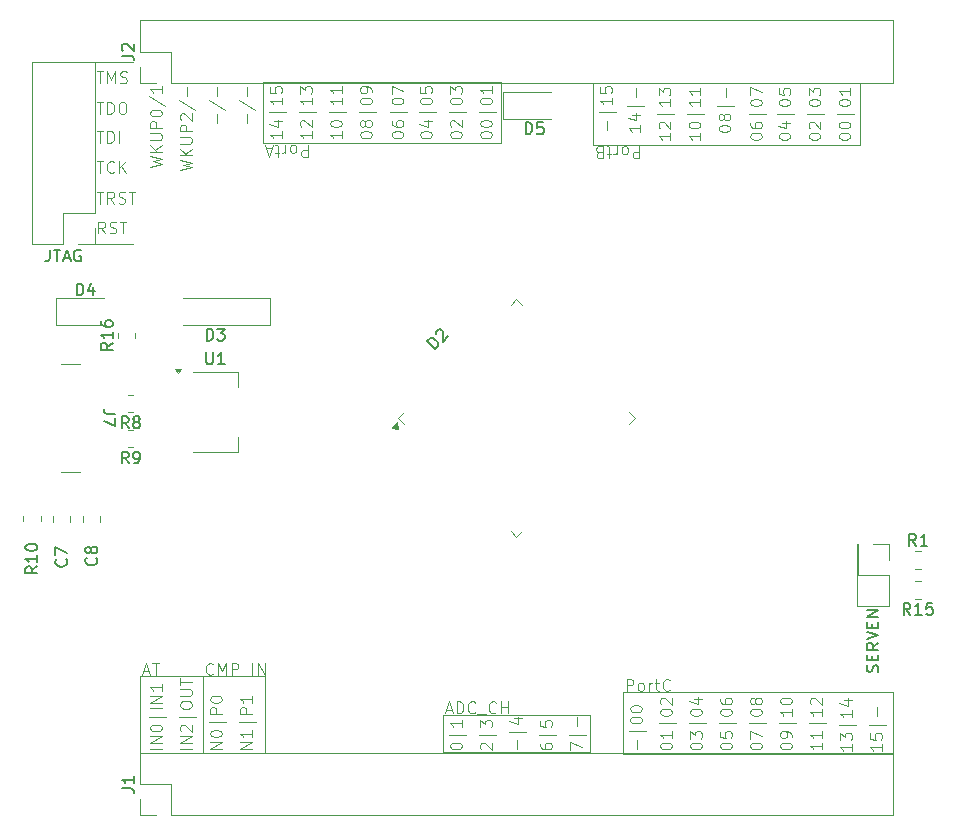
<source format=gbr>
%TF.GenerationSoftware,KiCad,Pcbnew,9.0.1*%
%TF.CreationDate,2025-04-22T02:33:50+03:00*%
%TF.ProjectId,k1921vg015_devboard,6b313932-3176-4673-9031-355f64657662,rev?*%
%TF.SameCoordinates,Original*%
%TF.FileFunction,Legend,Top*%
%TF.FilePolarity,Positive*%
%FSLAX46Y46*%
G04 Gerber Fmt 4.6, Leading zero omitted, Abs format (unit mm)*
G04 Created by KiCad (PCBNEW 9.0.1) date 2025-04-22 02:33:50*
%MOMM*%
%LPD*%
G01*
G04 APERTURE LIST*
%ADD10C,0.100000*%
%ADD11C,0.150000*%
%ADD12C,0.120000*%
G04 APERTURE END LIST*
D10*
X52736466Y-28010115D02*
X52736466Y-27248211D01*
X53450752Y-26533925D02*
X52022180Y-26533925D01*
X52117419Y-25629163D02*
X52117419Y-25533925D01*
X52117419Y-25533925D02*
X52165038Y-25438687D01*
X52165038Y-25438687D02*
X52212657Y-25391068D01*
X52212657Y-25391068D02*
X52307895Y-25343449D01*
X52307895Y-25343449D02*
X52498371Y-25295830D01*
X52498371Y-25295830D02*
X52736466Y-25295830D01*
X52736466Y-25295830D02*
X52926942Y-25343449D01*
X52926942Y-25343449D02*
X53022180Y-25391068D01*
X53022180Y-25391068D02*
X53069800Y-25438687D01*
X53069800Y-25438687D02*
X53117419Y-25533925D01*
X53117419Y-25533925D02*
X53117419Y-25629163D01*
X53117419Y-25629163D02*
X53069800Y-25724401D01*
X53069800Y-25724401D02*
X53022180Y-25772020D01*
X53022180Y-25772020D02*
X52926942Y-25819639D01*
X52926942Y-25819639D02*
X52736466Y-25867258D01*
X52736466Y-25867258D02*
X52498371Y-25867258D01*
X52498371Y-25867258D02*
X52307895Y-25819639D01*
X52307895Y-25819639D02*
X52212657Y-25772020D01*
X52212657Y-25772020D02*
X52165038Y-25724401D01*
X52165038Y-25724401D02*
X52117419Y-25629163D01*
X52117419Y-24676782D02*
X52117419Y-24581544D01*
X52117419Y-24581544D02*
X52165038Y-24486306D01*
X52165038Y-24486306D02*
X52212657Y-24438687D01*
X52212657Y-24438687D02*
X52307895Y-24391068D01*
X52307895Y-24391068D02*
X52498371Y-24343449D01*
X52498371Y-24343449D02*
X52736466Y-24343449D01*
X52736466Y-24343449D02*
X52926942Y-24391068D01*
X52926942Y-24391068D02*
X53022180Y-24438687D01*
X53022180Y-24438687D02*
X53069800Y-24486306D01*
X53069800Y-24486306D02*
X53117419Y-24581544D01*
X53117419Y-24581544D02*
X53117419Y-24676782D01*
X53117419Y-24676782D02*
X53069800Y-24772020D01*
X53069800Y-24772020D02*
X53022180Y-24819639D01*
X53022180Y-24819639D02*
X52926942Y-24867258D01*
X52926942Y-24867258D02*
X52736466Y-24914877D01*
X52736466Y-24914877D02*
X52498371Y-24914877D01*
X52498371Y-24914877D02*
X52307895Y-24867258D01*
X52307895Y-24867258D02*
X52212657Y-24819639D01*
X52212657Y-24819639D02*
X52165038Y-24772020D01*
X52165038Y-24772020D02*
X52117419Y-24676782D01*
X54657419Y-27819639D02*
X54657419Y-27724401D01*
X54657419Y-27724401D02*
X54705038Y-27629163D01*
X54705038Y-27629163D02*
X54752657Y-27581544D01*
X54752657Y-27581544D02*
X54847895Y-27533925D01*
X54847895Y-27533925D02*
X55038371Y-27486306D01*
X55038371Y-27486306D02*
X55276466Y-27486306D01*
X55276466Y-27486306D02*
X55466942Y-27533925D01*
X55466942Y-27533925D02*
X55562180Y-27581544D01*
X55562180Y-27581544D02*
X55609800Y-27629163D01*
X55609800Y-27629163D02*
X55657419Y-27724401D01*
X55657419Y-27724401D02*
X55657419Y-27819639D01*
X55657419Y-27819639D02*
X55609800Y-27914877D01*
X55609800Y-27914877D02*
X55562180Y-27962496D01*
X55562180Y-27962496D02*
X55466942Y-28010115D01*
X55466942Y-28010115D02*
X55276466Y-28057734D01*
X55276466Y-28057734D02*
X55038371Y-28057734D01*
X55038371Y-28057734D02*
X54847895Y-28010115D01*
X54847895Y-28010115D02*
X54752657Y-27962496D01*
X54752657Y-27962496D02*
X54705038Y-27914877D01*
X54705038Y-27914877D02*
X54657419Y-27819639D01*
X55657419Y-26533925D02*
X55657419Y-27105353D01*
X55657419Y-26819639D02*
X54657419Y-26819639D01*
X54657419Y-26819639D02*
X54800276Y-26914877D01*
X54800276Y-26914877D02*
X54895514Y-27010115D01*
X54895514Y-27010115D02*
X54943133Y-27105353D01*
X55990752Y-25867258D02*
X54562180Y-25867258D01*
X54657419Y-24962496D02*
X54657419Y-24867258D01*
X54657419Y-24867258D02*
X54705038Y-24772020D01*
X54705038Y-24772020D02*
X54752657Y-24724401D01*
X54752657Y-24724401D02*
X54847895Y-24676782D01*
X54847895Y-24676782D02*
X55038371Y-24629163D01*
X55038371Y-24629163D02*
X55276466Y-24629163D01*
X55276466Y-24629163D02*
X55466942Y-24676782D01*
X55466942Y-24676782D02*
X55562180Y-24724401D01*
X55562180Y-24724401D02*
X55609800Y-24772020D01*
X55609800Y-24772020D02*
X55657419Y-24867258D01*
X55657419Y-24867258D02*
X55657419Y-24962496D01*
X55657419Y-24962496D02*
X55609800Y-25057734D01*
X55609800Y-25057734D02*
X55562180Y-25105353D01*
X55562180Y-25105353D02*
X55466942Y-25152972D01*
X55466942Y-25152972D02*
X55276466Y-25200591D01*
X55276466Y-25200591D02*
X55038371Y-25200591D01*
X55038371Y-25200591D02*
X54847895Y-25152972D01*
X54847895Y-25152972D02*
X54752657Y-25105353D01*
X54752657Y-25105353D02*
X54705038Y-25057734D01*
X54705038Y-25057734D02*
X54657419Y-24962496D01*
X54752657Y-24248210D02*
X54705038Y-24200591D01*
X54705038Y-24200591D02*
X54657419Y-24105353D01*
X54657419Y-24105353D02*
X54657419Y-23867258D01*
X54657419Y-23867258D02*
X54705038Y-23772020D01*
X54705038Y-23772020D02*
X54752657Y-23724401D01*
X54752657Y-23724401D02*
X54847895Y-23676782D01*
X54847895Y-23676782D02*
X54943133Y-23676782D01*
X54943133Y-23676782D02*
X55085990Y-23724401D01*
X55085990Y-23724401D02*
X55657419Y-24295829D01*
X55657419Y-24295829D02*
X55657419Y-23676782D01*
X42576466Y-28051115D02*
X42576466Y-27289211D01*
X43290752Y-26574925D02*
X41862180Y-26574925D01*
X42290752Y-25432068D02*
X42957419Y-25432068D01*
X41909800Y-25670163D02*
X42624085Y-25908258D01*
X42624085Y-25908258D02*
X42624085Y-25289211D01*
X6800000Y30160000D02*
X10036583Y30160000D01*
X48977000Y28328000D02*
X71583000Y28328000D01*
X71583000Y23121000D01*
X48977000Y23121000D01*
X48977000Y28328000D01*
X10640000Y-21878000D02*
X15940000Y-21878000D01*
X15940000Y-28355000D01*
X10640000Y-28355000D01*
X10640000Y-21878000D01*
X51517000Y-23234000D02*
X74377000Y-23234000D01*
X74377000Y-28441000D01*
X51517000Y-28441000D01*
X51517000Y-23234000D01*
X36277000Y-25139000D02*
X48689000Y-25139000D01*
X48689000Y-28314000D01*
X36277000Y-28314000D01*
X36277000Y-25139000D01*
X21037000Y28455000D02*
X41230000Y28455000D01*
X41230000Y23248000D01*
X21037000Y23248000D01*
X21037000Y28455000D01*
X6800000Y14700000D02*
X10036583Y14700000D01*
X15940000Y-21878000D02*
X21240000Y-21878000D01*
X21240000Y-28355000D01*
X15940000Y-28355000D01*
X15940000Y-21878000D01*
X6961027Y29342580D02*
X7532455Y29342580D01*
X7246741Y28342580D02*
X7246741Y29342580D01*
X7865789Y28342580D02*
X7865789Y29342580D01*
X7865789Y29342580D02*
X8199122Y28628295D01*
X8199122Y28628295D02*
X8532455Y29342580D01*
X8532455Y29342580D02*
X8532455Y28342580D01*
X8961027Y28390200D02*
X9103884Y28342580D01*
X9103884Y28342580D02*
X9341979Y28342580D01*
X9341979Y28342580D02*
X9437217Y28390200D01*
X9437217Y28390200D02*
X9484836Y28437819D01*
X9484836Y28437819D02*
X9532455Y28533057D01*
X9532455Y28533057D02*
X9532455Y28628295D01*
X9532455Y28628295D02*
X9484836Y28723533D01*
X9484836Y28723533D02*
X9437217Y28771152D01*
X9437217Y28771152D02*
X9341979Y28818771D01*
X9341979Y28818771D02*
X9151503Y28866390D01*
X9151503Y28866390D02*
X9056265Y28914009D01*
X9056265Y28914009D02*
X9008646Y28961628D01*
X9008646Y28961628D02*
X8961027Y29056866D01*
X8961027Y29056866D02*
X8961027Y29152104D01*
X8961027Y29152104D02*
X9008646Y29247342D01*
X9008646Y29247342D02*
X9056265Y29294961D01*
X9056265Y29294961D02*
X9151503Y29342580D01*
X9151503Y29342580D02*
X9389598Y29342580D01*
X9389598Y29342580D02*
X9532455Y29294961D01*
X6961027Y19142580D02*
X7532455Y19142580D01*
X7246741Y18142580D02*
X7246741Y19142580D01*
X8437217Y18142580D02*
X8103884Y18618771D01*
X7865789Y18142580D02*
X7865789Y19142580D01*
X7865789Y19142580D02*
X8246741Y19142580D01*
X8246741Y19142580D02*
X8341979Y19094961D01*
X8341979Y19094961D02*
X8389598Y19047342D01*
X8389598Y19047342D02*
X8437217Y18952104D01*
X8437217Y18952104D02*
X8437217Y18809247D01*
X8437217Y18809247D02*
X8389598Y18714009D01*
X8389598Y18714009D02*
X8341979Y18666390D01*
X8341979Y18666390D02*
X8246741Y18618771D01*
X8246741Y18618771D02*
X7865789Y18618771D01*
X8818170Y18190200D02*
X8961027Y18142580D01*
X8961027Y18142580D02*
X9199122Y18142580D01*
X9199122Y18142580D02*
X9294360Y18190200D01*
X9294360Y18190200D02*
X9341979Y18237819D01*
X9341979Y18237819D02*
X9389598Y18333057D01*
X9389598Y18333057D02*
X9389598Y18428295D01*
X9389598Y18428295D02*
X9341979Y18523533D01*
X9341979Y18523533D02*
X9294360Y18571152D01*
X9294360Y18571152D02*
X9199122Y18618771D01*
X9199122Y18618771D02*
X9008646Y18666390D01*
X9008646Y18666390D02*
X8913408Y18714009D01*
X8913408Y18714009D02*
X8865789Y18761628D01*
X8865789Y18761628D02*
X8818170Y18856866D01*
X8818170Y18856866D02*
X8818170Y18952104D01*
X8818170Y18952104D02*
X8865789Y19047342D01*
X8865789Y19047342D02*
X8913408Y19094961D01*
X8913408Y19094961D02*
X9008646Y19142580D01*
X9008646Y19142580D02*
X9246741Y19142580D01*
X9246741Y19142580D02*
X9389598Y19094961D01*
X9675313Y19142580D02*
X10246741Y19142580D01*
X9961027Y18142580D02*
X9961027Y19142580D01*
X36877419Y23928877D02*
X36877419Y24024115D01*
X36877419Y24024115D02*
X36925038Y24119353D01*
X36925038Y24119353D02*
X36972657Y24166972D01*
X36972657Y24166972D02*
X37067895Y24214591D01*
X37067895Y24214591D02*
X37258371Y24262210D01*
X37258371Y24262210D02*
X37496466Y24262210D01*
X37496466Y24262210D02*
X37686942Y24214591D01*
X37686942Y24214591D02*
X37782180Y24166972D01*
X37782180Y24166972D02*
X37829800Y24119353D01*
X37829800Y24119353D02*
X37877419Y24024115D01*
X37877419Y24024115D02*
X37877419Y23928877D01*
X37877419Y23928877D02*
X37829800Y23833639D01*
X37829800Y23833639D02*
X37782180Y23786020D01*
X37782180Y23786020D02*
X37686942Y23738401D01*
X37686942Y23738401D02*
X37496466Y23690782D01*
X37496466Y23690782D02*
X37258371Y23690782D01*
X37258371Y23690782D02*
X37067895Y23738401D01*
X37067895Y23738401D02*
X36972657Y23786020D01*
X36972657Y23786020D02*
X36925038Y23833639D01*
X36925038Y23833639D02*
X36877419Y23928877D01*
X36972657Y24643163D02*
X36925038Y24690782D01*
X36925038Y24690782D02*
X36877419Y24786020D01*
X36877419Y24786020D02*
X36877419Y25024115D01*
X36877419Y25024115D02*
X36925038Y25119353D01*
X36925038Y25119353D02*
X36972657Y25166972D01*
X36972657Y25166972D02*
X37067895Y25214591D01*
X37067895Y25214591D02*
X37163133Y25214591D01*
X37163133Y25214591D02*
X37305990Y25166972D01*
X37305990Y25166972D02*
X37877419Y24595544D01*
X37877419Y24595544D02*
X37877419Y25214591D01*
X38210752Y25881258D02*
X36782180Y25881258D01*
X36877419Y26786020D02*
X36877419Y26881258D01*
X36877419Y26881258D02*
X36925038Y26976496D01*
X36925038Y26976496D02*
X36972657Y27024115D01*
X36972657Y27024115D02*
X37067895Y27071734D01*
X37067895Y27071734D02*
X37258371Y27119353D01*
X37258371Y27119353D02*
X37496466Y27119353D01*
X37496466Y27119353D02*
X37686942Y27071734D01*
X37686942Y27071734D02*
X37782180Y27024115D01*
X37782180Y27024115D02*
X37829800Y26976496D01*
X37829800Y26976496D02*
X37877419Y26881258D01*
X37877419Y26881258D02*
X37877419Y26786020D01*
X37877419Y26786020D02*
X37829800Y26690782D01*
X37829800Y26690782D02*
X37782180Y26643163D01*
X37782180Y26643163D02*
X37686942Y26595544D01*
X37686942Y26595544D02*
X37496466Y26547925D01*
X37496466Y26547925D02*
X37258371Y26547925D01*
X37258371Y26547925D02*
X37067895Y26595544D01*
X37067895Y26595544D02*
X36972657Y26643163D01*
X36972657Y26643163D02*
X36925038Y26690782D01*
X36925038Y26690782D02*
X36877419Y26786020D01*
X36877419Y27452687D02*
X36877419Y28071734D01*
X36877419Y28071734D02*
X37258371Y27738401D01*
X37258371Y27738401D02*
X37258371Y27881258D01*
X37258371Y27881258D02*
X37305990Y27976496D01*
X37305990Y27976496D02*
X37353609Y28024115D01*
X37353609Y28024115D02*
X37448847Y28071734D01*
X37448847Y28071734D02*
X37686942Y28071734D01*
X37686942Y28071734D02*
X37782180Y28024115D01*
X37782180Y28024115D02*
X37829800Y27976496D01*
X37829800Y27976496D02*
X37877419Y27881258D01*
X37877419Y27881258D02*
X37877419Y27595544D01*
X37877419Y27595544D02*
X37829800Y27500306D01*
X37829800Y27500306D02*
X37782180Y27452687D01*
X39512657Y-28057734D02*
X39465038Y-28010115D01*
X39465038Y-28010115D02*
X39417419Y-27914877D01*
X39417419Y-27914877D02*
X39417419Y-27676782D01*
X39417419Y-27676782D02*
X39465038Y-27581544D01*
X39465038Y-27581544D02*
X39512657Y-27533925D01*
X39512657Y-27533925D02*
X39607895Y-27486306D01*
X39607895Y-27486306D02*
X39703133Y-27486306D01*
X39703133Y-27486306D02*
X39845990Y-27533925D01*
X39845990Y-27533925D02*
X40417419Y-28105353D01*
X40417419Y-28105353D02*
X40417419Y-27486306D01*
X40750752Y-26819639D02*
X39322180Y-26819639D01*
X39417419Y-26200591D02*
X39417419Y-25581544D01*
X39417419Y-25581544D02*
X39798371Y-25914877D01*
X39798371Y-25914877D02*
X39798371Y-25772020D01*
X39798371Y-25772020D02*
X39845990Y-25676782D01*
X39845990Y-25676782D02*
X39893609Y-25629163D01*
X39893609Y-25629163D02*
X39988847Y-25581544D01*
X39988847Y-25581544D02*
X40226942Y-25581544D01*
X40226942Y-25581544D02*
X40322180Y-25629163D01*
X40322180Y-25629163D02*
X40369800Y-25676782D01*
X40369800Y-25676782D02*
X40417419Y-25772020D01*
X40417419Y-25772020D02*
X40417419Y-26057734D01*
X40417419Y-26057734D02*
X40369800Y-26152972D01*
X40369800Y-26152972D02*
X40322180Y-26200591D01*
X73437419Y-27613306D02*
X73437419Y-28184734D01*
X73437419Y-27899020D02*
X72437419Y-27899020D01*
X72437419Y-27899020D02*
X72580276Y-27994258D01*
X72580276Y-27994258D02*
X72675514Y-28089496D01*
X72675514Y-28089496D02*
X72723133Y-28184734D01*
X72437419Y-26708544D02*
X72437419Y-27184734D01*
X72437419Y-27184734D02*
X72913609Y-27232353D01*
X72913609Y-27232353D02*
X72865990Y-27184734D01*
X72865990Y-27184734D02*
X72818371Y-27089496D01*
X72818371Y-27089496D02*
X72818371Y-26851401D01*
X72818371Y-26851401D02*
X72865990Y-26756163D01*
X72865990Y-26756163D02*
X72913609Y-26708544D01*
X72913609Y-26708544D02*
X73008847Y-26660925D01*
X73008847Y-26660925D02*
X73246942Y-26660925D01*
X73246942Y-26660925D02*
X73342180Y-26708544D01*
X73342180Y-26708544D02*
X73389800Y-26756163D01*
X73389800Y-26756163D02*
X73437419Y-26851401D01*
X73437419Y-26851401D02*
X73437419Y-27089496D01*
X73437419Y-27089496D02*
X73389800Y-27184734D01*
X73389800Y-27184734D02*
X73342180Y-27232353D01*
X73770752Y-25994258D02*
X72342180Y-25994258D01*
X73056466Y-25279972D02*
X73056466Y-24518068D01*
X64817419Y-27819639D02*
X64817419Y-27724401D01*
X64817419Y-27724401D02*
X64865038Y-27629163D01*
X64865038Y-27629163D02*
X64912657Y-27581544D01*
X64912657Y-27581544D02*
X65007895Y-27533925D01*
X65007895Y-27533925D02*
X65198371Y-27486306D01*
X65198371Y-27486306D02*
X65436466Y-27486306D01*
X65436466Y-27486306D02*
X65626942Y-27533925D01*
X65626942Y-27533925D02*
X65722180Y-27581544D01*
X65722180Y-27581544D02*
X65769800Y-27629163D01*
X65769800Y-27629163D02*
X65817419Y-27724401D01*
X65817419Y-27724401D02*
X65817419Y-27819639D01*
X65817419Y-27819639D02*
X65769800Y-27914877D01*
X65769800Y-27914877D02*
X65722180Y-27962496D01*
X65722180Y-27962496D02*
X65626942Y-28010115D01*
X65626942Y-28010115D02*
X65436466Y-28057734D01*
X65436466Y-28057734D02*
X65198371Y-28057734D01*
X65198371Y-28057734D02*
X65007895Y-28010115D01*
X65007895Y-28010115D02*
X64912657Y-27962496D01*
X64912657Y-27962496D02*
X64865038Y-27914877D01*
X64865038Y-27914877D02*
X64817419Y-27819639D01*
X65817419Y-27010115D02*
X65817419Y-26819639D01*
X65817419Y-26819639D02*
X65769800Y-26724401D01*
X65769800Y-26724401D02*
X65722180Y-26676782D01*
X65722180Y-26676782D02*
X65579323Y-26581544D01*
X65579323Y-26581544D02*
X65388847Y-26533925D01*
X65388847Y-26533925D02*
X65007895Y-26533925D01*
X65007895Y-26533925D02*
X64912657Y-26581544D01*
X64912657Y-26581544D02*
X64865038Y-26629163D01*
X64865038Y-26629163D02*
X64817419Y-26724401D01*
X64817419Y-26724401D02*
X64817419Y-26914877D01*
X64817419Y-26914877D02*
X64865038Y-27010115D01*
X64865038Y-27010115D02*
X64912657Y-27057734D01*
X64912657Y-27057734D02*
X65007895Y-27105353D01*
X65007895Y-27105353D02*
X65245990Y-27105353D01*
X65245990Y-27105353D02*
X65341228Y-27057734D01*
X65341228Y-27057734D02*
X65388847Y-27010115D01*
X65388847Y-27010115D02*
X65436466Y-26914877D01*
X65436466Y-26914877D02*
X65436466Y-26724401D01*
X65436466Y-26724401D02*
X65388847Y-26629163D01*
X65388847Y-26629163D02*
X65341228Y-26581544D01*
X65341228Y-26581544D02*
X65245990Y-26533925D01*
X66150752Y-25867258D02*
X64722180Y-25867258D01*
X65817419Y-24629163D02*
X65817419Y-25200591D01*
X65817419Y-24914877D02*
X64817419Y-24914877D01*
X64817419Y-24914877D02*
X64960276Y-25010115D01*
X64960276Y-25010115D02*
X65055514Y-25105353D01*
X65055514Y-25105353D02*
X65103133Y-25200591D01*
X64817419Y-24010115D02*
X64817419Y-23914877D01*
X64817419Y-23914877D02*
X64865038Y-23819639D01*
X64865038Y-23819639D02*
X64912657Y-23772020D01*
X64912657Y-23772020D02*
X65007895Y-23724401D01*
X65007895Y-23724401D02*
X65198371Y-23676782D01*
X65198371Y-23676782D02*
X65436466Y-23676782D01*
X65436466Y-23676782D02*
X65626942Y-23724401D01*
X65626942Y-23724401D02*
X65722180Y-23772020D01*
X65722180Y-23772020D02*
X65769800Y-23819639D01*
X65769800Y-23819639D02*
X65817419Y-23914877D01*
X65817419Y-23914877D02*
X65817419Y-24010115D01*
X65817419Y-24010115D02*
X65769800Y-24105353D01*
X65769800Y-24105353D02*
X65722180Y-24152972D01*
X65722180Y-24152972D02*
X65626942Y-24200591D01*
X65626942Y-24200591D02*
X65436466Y-24248210D01*
X65436466Y-24248210D02*
X65198371Y-24248210D01*
X65198371Y-24248210D02*
X65007895Y-24200591D01*
X65007895Y-24200591D02*
X64912657Y-24152972D01*
X64912657Y-24152972D02*
X64865038Y-24105353D01*
X64865038Y-24105353D02*
X64817419Y-24010115D01*
X20097419Y-28010115D02*
X19097419Y-28010115D01*
X19097419Y-28010115D02*
X20097419Y-27438687D01*
X20097419Y-27438687D02*
X19097419Y-27438687D01*
X20097419Y-26438687D02*
X20097419Y-27010115D01*
X20097419Y-26724401D02*
X19097419Y-26724401D01*
X19097419Y-26724401D02*
X19240276Y-26819639D01*
X19240276Y-26819639D02*
X19335514Y-26914877D01*
X19335514Y-26914877D02*
X19383133Y-27010115D01*
X20430752Y-25772020D02*
X19002180Y-25772020D01*
X20097419Y-25057734D02*
X19097419Y-25057734D01*
X19097419Y-25057734D02*
X19097419Y-24676782D01*
X19097419Y-24676782D02*
X19145038Y-24581544D01*
X19145038Y-24581544D02*
X19192657Y-24533925D01*
X19192657Y-24533925D02*
X19287895Y-24486306D01*
X19287895Y-24486306D02*
X19430752Y-24486306D01*
X19430752Y-24486306D02*
X19525990Y-24533925D01*
X19525990Y-24533925D02*
X19573609Y-24581544D01*
X19573609Y-24581544D02*
X19621228Y-24676782D01*
X19621228Y-24676782D02*
X19621228Y-25057734D01*
X20097419Y-23533925D02*
X20097419Y-24105353D01*
X20097419Y-23819639D02*
X19097419Y-23819639D01*
X19097419Y-23819639D02*
X19240276Y-23914877D01*
X19240276Y-23914877D02*
X19335514Y-24010115D01*
X19335514Y-24010115D02*
X19383133Y-24105353D01*
X44497419Y-27581544D02*
X44497419Y-27772020D01*
X44497419Y-27772020D02*
X44545038Y-27867258D01*
X44545038Y-27867258D02*
X44592657Y-27914877D01*
X44592657Y-27914877D02*
X44735514Y-28010115D01*
X44735514Y-28010115D02*
X44925990Y-28057734D01*
X44925990Y-28057734D02*
X45306942Y-28057734D01*
X45306942Y-28057734D02*
X45402180Y-28010115D01*
X45402180Y-28010115D02*
X45449800Y-27962496D01*
X45449800Y-27962496D02*
X45497419Y-27867258D01*
X45497419Y-27867258D02*
X45497419Y-27676782D01*
X45497419Y-27676782D02*
X45449800Y-27581544D01*
X45449800Y-27581544D02*
X45402180Y-27533925D01*
X45402180Y-27533925D02*
X45306942Y-27486306D01*
X45306942Y-27486306D02*
X45068847Y-27486306D01*
X45068847Y-27486306D02*
X44973609Y-27533925D01*
X44973609Y-27533925D02*
X44925990Y-27581544D01*
X44925990Y-27581544D02*
X44878371Y-27676782D01*
X44878371Y-27676782D02*
X44878371Y-27867258D01*
X44878371Y-27867258D02*
X44925990Y-27962496D01*
X44925990Y-27962496D02*
X44973609Y-28010115D01*
X44973609Y-28010115D02*
X45068847Y-28057734D01*
X45830752Y-26819639D02*
X44402180Y-26819639D01*
X44497419Y-25629163D02*
X44497419Y-26105353D01*
X44497419Y-26105353D02*
X44973609Y-26152972D01*
X44973609Y-26152972D02*
X44925990Y-26105353D01*
X44925990Y-26105353D02*
X44878371Y-26010115D01*
X44878371Y-26010115D02*
X44878371Y-25772020D01*
X44878371Y-25772020D02*
X44925990Y-25676782D01*
X44925990Y-25676782D02*
X44973609Y-25629163D01*
X44973609Y-25629163D02*
X45068847Y-25581544D01*
X45068847Y-25581544D02*
X45306942Y-25581544D01*
X45306942Y-25581544D02*
X45402180Y-25629163D01*
X45402180Y-25629163D02*
X45449800Y-25676782D01*
X45449800Y-25676782D02*
X45497419Y-25772020D01*
X45497419Y-25772020D02*
X45497419Y-26010115D01*
X45497419Y-26010115D02*
X45449800Y-26105353D01*
X45449800Y-26105353D02*
X45402180Y-26152972D01*
X62277419Y-27819639D02*
X62277419Y-27724401D01*
X62277419Y-27724401D02*
X62325038Y-27629163D01*
X62325038Y-27629163D02*
X62372657Y-27581544D01*
X62372657Y-27581544D02*
X62467895Y-27533925D01*
X62467895Y-27533925D02*
X62658371Y-27486306D01*
X62658371Y-27486306D02*
X62896466Y-27486306D01*
X62896466Y-27486306D02*
X63086942Y-27533925D01*
X63086942Y-27533925D02*
X63182180Y-27581544D01*
X63182180Y-27581544D02*
X63229800Y-27629163D01*
X63229800Y-27629163D02*
X63277419Y-27724401D01*
X63277419Y-27724401D02*
X63277419Y-27819639D01*
X63277419Y-27819639D02*
X63229800Y-27914877D01*
X63229800Y-27914877D02*
X63182180Y-27962496D01*
X63182180Y-27962496D02*
X63086942Y-28010115D01*
X63086942Y-28010115D02*
X62896466Y-28057734D01*
X62896466Y-28057734D02*
X62658371Y-28057734D01*
X62658371Y-28057734D02*
X62467895Y-28010115D01*
X62467895Y-28010115D02*
X62372657Y-27962496D01*
X62372657Y-27962496D02*
X62325038Y-27914877D01*
X62325038Y-27914877D02*
X62277419Y-27819639D01*
X62277419Y-27152972D02*
X62277419Y-26486306D01*
X62277419Y-26486306D02*
X63277419Y-26914877D01*
X63610752Y-25867258D02*
X62182180Y-25867258D01*
X62277419Y-24962496D02*
X62277419Y-24867258D01*
X62277419Y-24867258D02*
X62325038Y-24772020D01*
X62325038Y-24772020D02*
X62372657Y-24724401D01*
X62372657Y-24724401D02*
X62467895Y-24676782D01*
X62467895Y-24676782D02*
X62658371Y-24629163D01*
X62658371Y-24629163D02*
X62896466Y-24629163D01*
X62896466Y-24629163D02*
X63086942Y-24676782D01*
X63086942Y-24676782D02*
X63182180Y-24724401D01*
X63182180Y-24724401D02*
X63229800Y-24772020D01*
X63229800Y-24772020D02*
X63277419Y-24867258D01*
X63277419Y-24867258D02*
X63277419Y-24962496D01*
X63277419Y-24962496D02*
X63229800Y-25057734D01*
X63229800Y-25057734D02*
X63182180Y-25105353D01*
X63182180Y-25105353D02*
X63086942Y-25152972D01*
X63086942Y-25152972D02*
X62896466Y-25200591D01*
X62896466Y-25200591D02*
X62658371Y-25200591D01*
X62658371Y-25200591D02*
X62467895Y-25152972D01*
X62467895Y-25152972D02*
X62372657Y-25105353D01*
X62372657Y-25105353D02*
X62325038Y-25057734D01*
X62325038Y-25057734D02*
X62277419Y-24962496D01*
X62705990Y-24057734D02*
X62658371Y-24152972D01*
X62658371Y-24152972D02*
X62610752Y-24200591D01*
X62610752Y-24200591D02*
X62515514Y-24248210D01*
X62515514Y-24248210D02*
X62467895Y-24248210D01*
X62467895Y-24248210D02*
X62372657Y-24200591D01*
X62372657Y-24200591D02*
X62325038Y-24152972D01*
X62325038Y-24152972D02*
X62277419Y-24057734D01*
X62277419Y-24057734D02*
X62277419Y-23867258D01*
X62277419Y-23867258D02*
X62325038Y-23772020D01*
X62325038Y-23772020D02*
X62372657Y-23724401D01*
X62372657Y-23724401D02*
X62467895Y-23676782D01*
X62467895Y-23676782D02*
X62515514Y-23676782D01*
X62515514Y-23676782D02*
X62610752Y-23724401D01*
X62610752Y-23724401D02*
X62658371Y-23772020D01*
X62658371Y-23772020D02*
X62705990Y-23867258D01*
X62705990Y-23867258D02*
X62705990Y-24057734D01*
X62705990Y-24057734D02*
X62753609Y-24152972D01*
X62753609Y-24152972D02*
X62801228Y-24200591D01*
X62801228Y-24200591D02*
X62896466Y-24248210D01*
X62896466Y-24248210D02*
X63086942Y-24248210D01*
X63086942Y-24248210D02*
X63182180Y-24200591D01*
X63182180Y-24200591D02*
X63229800Y-24152972D01*
X63229800Y-24152972D02*
X63277419Y-24057734D01*
X63277419Y-24057734D02*
X63277419Y-23867258D01*
X63277419Y-23867258D02*
X63229800Y-23772020D01*
X63229800Y-23772020D02*
X63182180Y-23724401D01*
X63182180Y-23724401D02*
X63086942Y-23676782D01*
X63086942Y-23676782D02*
X62896466Y-23676782D01*
X62896466Y-23676782D02*
X62801228Y-23724401D01*
X62801228Y-23724401D02*
X62753609Y-23772020D01*
X62753609Y-23772020D02*
X62705990Y-23867258D01*
X29257419Y23928877D02*
X29257419Y24024115D01*
X29257419Y24024115D02*
X29305038Y24119353D01*
X29305038Y24119353D02*
X29352657Y24166972D01*
X29352657Y24166972D02*
X29447895Y24214591D01*
X29447895Y24214591D02*
X29638371Y24262210D01*
X29638371Y24262210D02*
X29876466Y24262210D01*
X29876466Y24262210D02*
X30066942Y24214591D01*
X30066942Y24214591D02*
X30162180Y24166972D01*
X30162180Y24166972D02*
X30209800Y24119353D01*
X30209800Y24119353D02*
X30257419Y24024115D01*
X30257419Y24024115D02*
X30257419Y23928877D01*
X30257419Y23928877D02*
X30209800Y23833639D01*
X30209800Y23833639D02*
X30162180Y23786020D01*
X30162180Y23786020D02*
X30066942Y23738401D01*
X30066942Y23738401D02*
X29876466Y23690782D01*
X29876466Y23690782D02*
X29638371Y23690782D01*
X29638371Y23690782D02*
X29447895Y23738401D01*
X29447895Y23738401D02*
X29352657Y23786020D01*
X29352657Y23786020D02*
X29305038Y23833639D01*
X29305038Y23833639D02*
X29257419Y23928877D01*
X29685990Y24833639D02*
X29638371Y24738401D01*
X29638371Y24738401D02*
X29590752Y24690782D01*
X29590752Y24690782D02*
X29495514Y24643163D01*
X29495514Y24643163D02*
X29447895Y24643163D01*
X29447895Y24643163D02*
X29352657Y24690782D01*
X29352657Y24690782D02*
X29305038Y24738401D01*
X29305038Y24738401D02*
X29257419Y24833639D01*
X29257419Y24833639D02*
X29257419Y25024115D01*
X29257419Y25024115D02*
X29305038Y25119353D01*
X29305038Y25119353D02*
X29352657Y25166972D01*
X29352657Y25166972D02*
X29447895Y25214591D01*
X29447895Y25214591D02*
X29495514Y25214591D01*
X29495514Y25214591D02*
X29590752Y25166972D01*
X29590752Y25166972D02*
X29638371Y25119353D01*
X29638371Y25119353D02*
X29685990Y25024115D01*
X29685990Y25024115D02*
X29685990Y24833639D01*
X29685990Y24833639D02*
X29733609Y24738401D01*
X29733609Y24738401D02*
X29781228Y24690782D01*
X29781228Y24690782D02*
X29876466Y24643163D01*
X29876466Y24643163D02*
X30066942Y24643163D01*
X30066942Y24643163D02*
X30162180Y24690782D01*
X30162180Y24690782D02*
X30209800Y24738401D01*
X30209800Y24738401D02*
X30257419Y24833639D01*
X30257419Y24833639D02*
X30257419Y25024115D01*
X30257419Y25024115D02*
X30209800Y25119353D01*
X30209800Y25119353D02*
X30162180Y25166972D01*
X30162180Y25166972D02*
X30066942Y25214591D01*
X30066942Y25214591D02*
X29876466Y25214591D01*
X29876466Y25214591D02*
X29781228Y25166972D01*
X29781228Y25166972D02*
X29733609Y25119353D01*
X29733609Y25119353D02*
X29685990Y25024115D01*
X30590752Y25881258D02*
X29162180Y25881258D01*
X29257419Y26786020D02*
X29257419Y26881258D01*
X29257419Y26881258D02*
X29305038Y26976496D01*
X29305038Y26976496D02*
X29352657Y27024115D01*
X29352657Y27024115D02*
X29447895Y27071734D01*
X29447895Y27071734D02*
X29638371Y27119353D01*
X29638371Y27119353D02*
X29876466Y27119353D01*
X29876466Y27119353D02*
X30066942Y27071734D01*
X30066942Y27071734D02*
X30162180Y27024115D01*
X30162180Y27024115D02*
X30209800Y26976496D01*
X30209800Y26976496D02*
X30257419Y26881258D01*
X30257419Y26881258D02*
X30257419Y26786020D01*
X30257419Y26786020D02*
X30209800Y26690782D01*
X30209800Y26690782D02*
X30162180Y26643163D01*
X30162180Y26643163D02*
X30066942Y26595544D01*
X30066942Y26595544D02*
X29876466Y26547925D01*
X29876466Y26547925D02*
X29638371Y26547925D01*
X29638371Y26547925D02*
X29447895Y26595544D01*
X29447895Y26595544D02*
X29352657Y26643163D01*
X29352657Y26643163D02*
X29305038Y26690782D01*
X29305038Y26690782D02*
X29257419Y26786020D01*
X30257419Y27595544D02*
X30257419Y27786020D01*
X30257419Y27786020D02*
X30209800Y27881258D01*
X30209800Y27881258D02*
X30162180Y27928877D01*
X30162180Y27928877D02*
X30019323Y28024115D01*
X30019323Y28024115D02*
X29828847Y28071734D01*
X29828847Y28071734D02*
X29447895Y28071734D01*
X29447895Y28071734D02*
X29352657Y28024115D01*
X29352657Y28024115D02*
X29305038Y27976496D01*
X29305038Y27976496D02*
X29257419Y27881258D01*
X29257419Y27881258D02*
X29257419Y27690782D01*
X29257419Y27690782D02*
X29305038Y27595544D01*
X29305038Y27595544D02*
X29352657Y27547925D01*
X29352657Y27547925D02*
X29447895Y27500306D01*
X29447895Y27500306D02*
X29685990Y27500306D01*
X29685990Y27500306D02*
X29781228Y27547925D01*
X29781228Y27547925D02*
X29828847Y27595544D01*
X29828847Y27595544D02*
X29876466Y27690782D01*
X29876466Y27690782D02*
X29876466Y27881258D01*
X29876466Y27881258D02*
X29828847Y27976496D01*
X29828847Y27976496D02*
X29781228Y28024115D01*
X29781228Y28024115D02*
X29685990Y28071734D01*
X11477419Y21279211D02*
X12477419Y21517306D01*
X12477419Y21517306D02*
X11763133Y21707782D01*
X11763133Y21707782D02*
X12477419Y21898258D01*
X12477419Y21898258D02*
X11477419Y22136354D01*
X12477419Y22517306D02*
X11477419Y22517306D01*
X12477419Y23088734D02*
X11905990Y22660163D01*
X11477419Y23088734D02*
X12048847Y22517306D01*
X11477419Y23517306D02*
X12286942Y23517306D01*
X12286942Y23517306D02*
X12382180Y23564925D01*
X12382180Y23564925D02*
X12429800Y23612544D01*
X12429800Y23612544D02*
X12477419Y23707782D01*
X12477419Y23707782D02*
X12477419Y23898258D01*
X12477419Y23898258D02*
X12429800Y23993496D01*
X12429800Y23993496D02*
X12382180Y24041115D01*
X12382180Y24041115D02*
X12286942Y24088734D01*
X12286942Y24088734D02*
X11477419Y24088734D01*
X12477419Y24564925D02*
X11477419Y24564925D01*
X11477419Y24564925D02*
X11477419Y24945877D01*
X11477419Y24945877D02*
X11525038Y25041115D01*
X11525038Y25041115D02*
X11572657Y25088734D01*
X11572657Y25088734D02*
X11667895Y25136353D01*
X11667895Y25136353D02*
X11810752Y25136353D01*
X11810752Y25136353D02*
X11905990Y25088734D01*
X11905990Y25088734D02*
X11953609Y25041115D01*
X11953609Y25041115D02*
X12001228Y24945877D01*
X12001228Y24945877D02*
X12001228Y24564925D01*
X11477419Y25755401D02*
X11477419Y25850639D01*
X11477419Y25850639D02*
X11525038Y25945877D01*
X11525038Y25945877D02*
X11572657Y25993496D01*
X11572657Y25993496D02*
X11667895Y26041115D01*
X11667895Y26041115D02*
X11858371Y26088734D01*
X11858371Y26088734D02*
X12096466Y26088734D01*
X12096466Y26088734D02*
X12286942Y26041115D01*
X12286942Y26041115D02*
X12382180Y25993496D01*
X12382180Y25993496D02*
X12429800Y25945877D01*
X12429800Y25945877D02*
X12477419Y25850639D01*
X12477419Y25850639D02*
X12477419Y25755401D01*
X12477419Y25755401D02*
X12429800Y25660163D01*
X12429800Y25660163D02*
X12382180Y25612544D01*
X12382180Y25612544D02*
X12286942Y25564925D01*
X12286942Y25564925D02*
X12096466Y25517306D01*
X12096466Y25517306D02*
X11858371Y25517306D01*
X11858371Y25517306D02*
X11667895Y25564925D01*
X11667895Y25564925D02*
X11572657Y25612544D01*
X11572657Y25612544D02*
X11525038Y25660163D01*
X11525038Y25660163D02*
X11477419Y25755401D01*
X11429800Y27231591D02*
X12715514Y26374449D01*
X12477419Y28088734D02*
X12477419Y27517306D01*
X12477419Y27803020D02*
X11477419Y27803020D01*
X11477419Y27803020D02*
X11620276Y27707782D01*
X11620276Y27707782D02*
X11715514Y27612544D01*
X11715514Y27612544D02*
X11763133Y27517306D01*
X15017419Y-28010115D02*
X14017419Y-28010115D01*
X15017419Y-27533925D02*
X14017419Y-27533925D01*
X14017419Y-27533925D02*
X15017419Y-26962497D01*
X15017419Y-26962497D02*
X14017419Y-26962497D01*
X14112657Y-26533925D02*
X14065038Y-26486306D01*
X14065038Y-26486306D02*
X14017419Y-26391068D01*
X14017419Y-26391068D02*
X14017419Y-26152973D01*
X14017419Y-26152973D02*
X14065038Y-26057735D01*
X14065038Y-26057735D02*
X14112657Y-26010116D01*
X14112657Y-26010116D02*
X14207895Y-25962497D01*
X14207895Y-25962497D02*
X14303133Y-25962497D01*
X14303133Y-25962497D02*
X14445990Y-26010116D01*
X14445990Y-26010116D02*
X15017419Y-26581544D01*
X15017419Y-26581544D02*
X15017419Y-25962497D01*
X15350752Y-25295830D02*
X13922180Y-25295830D01*
X14017419Y-24391068D02*
X14017419Y-24200592D01*
X14017419Y-24200592D02*
X14065038Y-24105354D01*
X14065038Y-24105354D02*
X14160276Y-24010116D01*
X14160276Y-24010116D02*
X14350752Y-23962497D01*
X14350752Y-23962497D02*
X14684085Y-23962497D01*
X14684085Y-23962497D02*
X14874561Y-24010116D01*
X14874561Y-24010116D02*
X14969800Y-24105354D01*
X14969800Y-24105354D02*
X15017419Y-24200592D01*
X15017419Y-24200592D02*
X15017419Y-24391068D01*
X15017419Y-24391068D02*
X14969800Y-24486306D01*
X14969800Y-24486306D02*
X14874561Y-24581544D01*
X14874561Y-24581544D02*
X14684085Y-24629163D01*
X14684085Y-24629163D02*
X14350752Y-24629163D01*
X14350752Y-24629163D02*
X14160276Y-24581544D01*
X14160276Y-24581544D02*
X14065038Y-24486306D01*
X14065038Y-24486306D02*
X14017419Y-24391068D01*
X14017419Y-23533925D02*
X14826942Y-23533925D01*
X14826942Y-23533925D02*
X14922180Y-23486306D01*
X14922180Y-23486306D02*
X14969800Y-23438687D01*
X14969800Y-23438687D02*
X15017419Y-23343449D01*
X15017419Y-23343449D02*
X15017419Y-23152973D01*
X15017419Y-23152973D02*
X14969800Y-23057735D01*
X14969800Y-23057735D02*
X14922180Y-23010116D01*
X14922180Y-23010116D02*
X14826942Y-22962497D01*
X14826942Y-22962497D02*
X14017419Y-22962497D01*
X14017419Y-22629163D02*
X14017419Y-22057735D01*
X15017419Y-22343449D02*
X14017419Y-22343449D01*
X14017419Y20976497D02*
X15017419Y21214592D01*
X15017419Y21214592D02*
X14303133Y21405068D01*
X14303133Y21405068D02*
X15017419Y21595544D01*
X15017419Y21595544D02*
X14017419Y21833640D01*
X15017419Y22214592D02*
X14017419Y22214592D01*
X15017419Y22786020D02*
X14445990Y22357449D01*
X14017419Y22786020D02*
X14588847Y22214592D01*
X14017419Y23214592D02*
X14826942Y23214592D01*
X14826942Y23214592D02*
X14922180Y23262211D01*
X14922180Y23262211D02*
X14969800Y23309830D01*
X14969800Y23309830D02*
X15017419Y23405068D01*
X15017419Y23405068D02*
X15017419Y23595544D01*
X15017419Y23595544D02*
X14969800Y23690782D01*
X14969800Y23690782D02*
X14922180Y23738401D01*
X14922180Y23738401D02*
X14826942Y23786020D01*
X14826942Y23786020D02*
X14017419Y23786020D01*
X15017419Y24262211D02*
X14017419Y24262211D01*
X14017419Y24262211D02*
X14017419Y24643163D01*
X14017419Y24643163D02*
X14065038Y24738401D01*
X14065038Y24738401D02*
X14112657Y24786020D01*
X14112657Y24786020D02*
X14207895Y24833639D01*
X14207895Y24833639D02*
X14350752Y24833639D01*
X14350752Y24833639D02*
X14445990Y24786020D01*
X14445990Y24786020D02*
X14493609Y24738401D01*
X14493609Y24738401D02*
X14541228Y24643163D01*
X14541228Y24643163D02*
X14541228Y24262211D01*
X14112657Y25214592D02*
X14065038Y25262211D01*
X14065038Y25262211D02*
X14017419Y25357449D01*
X14017419Y25357449D02*
X14017419Y25595544D01*
X14017419Y25595544D02*
X14065038Y25690782D01*
X14065038Y25690782D02*
X14112657Y25738401D01*
X14112657Y25738401D02*
X14207895Y25786020D01*
X14207895Y25786020D02*
X14303133Y25786020D01*
X14303133Y25786020D02*
X14445990Y25738401D01*
X14445990Y25738401D02*
X15017419Y25166973D01*
X15017419Y25166973D02*
X15017419Y25786020D01*
X13969800Y26928877D02*
X15255514Y26071735D01*
X14636466Y27262211D02*
X14636466Y28024116D01*
X7675312Y15622580D02*
X7341979Y16098771D01*
X7103884Y15622580D02*
X7103884Y16622580D01*
X7103884Y16622580D02*
X7484836Y16622580D01*
X7484836Y16622580D02*
X7580074Y16574961D01*
X7580074Y16574961D02*
X7627693Y16527342D01*
X7627693Y16527342D02*
X7675312Y16432104D01*
X7675312Y16432104D02*
X7675312Y16289247D01*
X7675312Y16289247D02*
X7627693Y16194009D01*
X7627693Y16194009D02*
X7580074Y16146390D01*
X7580074Y16146390D02*
X7484836Y16098771D01*
X7484836Y16098771D02*
X7103884Y16098771D01*
X8056265Y15670200D02*
X8199122Y15622580D01*
X8199122Y15622580D02*
X8437217Y15622580D01*
X8437217Y15622580D02*
X8532455Y15670200D01*
X8532455Y15670200D02*
X8580074Y15717819D01*
X8580074Y15717819D02*
X8627693Y15813057D01*
X8627693Y15813057D02*
X8627693Y15908295D01*
X8627693Y15908295D02*
X8580074Y16003533D01*
X8580074Y16003533D02*
X8532455Y16051152D01*
X8532455Y16051152D02*
X8437217Y16098771D01*
X8437217Y16098771D02*
X8246741Y16146390D01*
X8246741Y16146390D02*
X8151503Y16194009D01*
X8151503Y16194009D02*
X8103884Y16241628D01*
X8103884Y16241628D02*
X8056265Y16336866D01*
X8056265Y16336866D02*
X8056265Y16432104D01*
X8056265Y16432104D02*
X8103884Y16527342D01*
X8103884Y16527342D02*
X8151503Y16574961D01*
X8151503Y16574961D02*
X8246741Y16622580D01*
X8246741Y16622580D02*
X8484836Y16622580D01*
X8484836Y16622580D02*
X8627693Y16574961D01*
X8913408Y16622580D02*
X9484836Y16622580D01*
X9199122Y15622580D02*
X9199122Y16622580D01*
X6961027Y26742580D02*
X7532455Y26742580D01*
X7246741Y25742580D02*
X7246741Y26742580D01*
X7865789Y25742580D02*
X7865789Y26742580D01*
X7865789Y26742580D02*
X8103884Y26742580D01*
X8103884Y26742580D02*
X8246741Y26694961D01*
X8246741Y26694961D02*
X8341979Y26599723D01*
X8341979Y26599723D02*
X8389598Y26504485D01*
X8389598Y26504485D02*
X8437217Y26314009D01*
X8437217Y26314009D02*
X8437217Y26171152D01*
X8437217Y26171152D02*
X8389598Y25980676D01*
X8389598Y25980676D02*
X8341979Y25885438D01*
X8341979Y25885438D02*
X8246741Y25790200D01*
X8246741Y25790200D02*
X8103884Y25742580D01*
X8103884Y25742580D02*
X7865789Y25742580D01*
X9056265Y26742580D02*
X9246741Y26742580D01*
X9246741Y26742580D02*
X9341979Y26694961D01*
X9341979Y26694961D02*
X9437217Y26599723D01*
X9437217Y26599723D02*
X9484836Y26409247D01*
X9484836Y26409247D02*
X9484836Y26075914D01*
X9484836Y26075914D02*
X9437217Y25885438D01*
X9437217Y25885438D02*
X9341979Y25790200D01*
X9341979Y25790200D02*
X9246741Y25742580D01*
X9246741Y25742580D02*
X9056265Y25742580D01*
X9056265Y25742580D02*
X8961027Y25790200D01*
X8961027Y25790200D02*
X8865789Y25885438D01*
X8865789Y25885438D02*
X8818170Y26075914D01*
X8818170Y26075914D02*
X8818170Y26409247D01*
X8818170Y26409247D02*
X8865789Y26599723D01*
X8865789Y26599723D02*
X8961027Y26694961D01*
X8961027Y26694961D02*
X9056265Y26742580D01*
X19716466Y24976497D02*
X19716466Y25738402D01*
X19049800Y26928877D02*
X20335514Y26071735D01*
X19716466Y27262211D02*
X19716466Y28024116D01*
X70897419Y-27613306D02*
X70897419Y-28184734D01*
X70897419Y-27899020D02*
X69897419Y-27899020D01*
X69897419Y-27899020D02*
X70040276Y-27994258D01*
X70040276Y-27994258D02*
X70135514Y-28089496D01*
X70135514Y-28089496D02*
X70183133Y-28184734D01*
X69897419Y-27279972D02*
X69897419Y-26660925D01*
X69897419Y-26660925D02*
X70278371Y-26994258D01*
X70278371Y-26994258D02*
X70278371Y-26851401D01*
X70278371Y-26851401D02*
X70325990Y-26756163D01*
X70325990Y-26756163D02*
X70373609Y-26708544D01*
X70373609Y-26708544D02*
X70468847Y-26660925D01*
X70468847Y-26660925D02*
X70706942Y-26660925D01*
X70706942Y-26660925D02*
X70802180Y-26708544D01*
X70802180Y-26708544D02*
X70849800Y-26756163D01*
X70849800Y-26756163D02*
X70897419Y-26851401D01*
X70897419Y-26851401D02*
X70897419Y-27137115D01*
X70897419Y-27137115D02*
X70849800Y-27232353D01*
X70849800Y-27232353D02*
X70802180Y-27279972D01*
X71230752Y-25994258D02*
X69802180Y-25994258D01*
X70897419Y-24756163D02*
X70897419Y-25327591D01*
X70897419Y-25041877D02*
X69897419Y-25041877D01*
X69897419Y-25041877D02*
X70040276Y-25137115D01*
X70040276Y-25137115D02*
X70135514Y-25232353D01*
X70135514Y-25232353D02*
X70183133Y-25327591D01*
X70230752Y-23899020D02*
X70897419Y-23899020D01*
X69849800Y-24137115D02*
X70564085Y-24375210D01*
X70564085Y-24375210D02*
X70564085Y-23756163D01*
X36877419Y-27819639D02*
X36877419Y-27724401D01*
X36877419Y-27724401D02*
X36925038Y-27629163D01*
X36925038Y-27629163D02*
X36972657Y-27581544D01*
X36972657Y-27581544D02*
X37067895Y-27533925D01*
X37067895Y-27533925D02*
X37258371Y-27486306D01*
X37258371Y-27486306D02*
X37496466Y-27486306D01*
X37496466Y-27486306D02*
X37686942Y-27533925D01*
X37686942Y-27533925D02*
X37782180Y-27581544D01*
X37782180Y-27581544D02*
X37829800Y-27629163D01*
X37829800Y-27629163D02*
X37877419Y-27724401D01*
X37877419Y-27724401D02*
X37877419Y-27819639D01*
X37877419Y-27819639D02*
X37829800Y-27914877D01*
X37829800Y-27914877D02*
X37782180Y-27962496D01*
X37782180Y-27962496D02*
X37686942Y-28010115D01*
X37686942Y-28010115D02*
X37496466Y-28057734D01*
X37496466Y-28057734D02*
X37258371Y-28057734D01*
X37258371Y-28057734D02*
X37067895Y-28010115D01*
X37067895Y-28010115D02*
X36972657Y-27962496D01*
X36972657Y-27962496D02*
X36925038Y-27914877D01*
X36925038Y-27914877D02*
X36877419Y-27819639D01*
X38210752Y-26819639D02*
X36782180Y-26819639D01*
X37877419Y-25581544D02*
X37877419Y-26152972D01*
X37877419Y-25867258D02*
X36877419Y-25867258D01*
X36877419Y-25867258D02*
X37020276Y-25962496D01*
X37020276Y-25962496D02*
X37115514Y-26057734D01*
X37115514Y-26057734D02*
X37163133Y-26152972D01*
X58070419Y24135210D02*
X58070419Y23563782D01*
X58070419Y23849496D02*
X57070419Y23849496D01*
X57070419Y23849496D02*
X57213276Y23754258D01*
X57213276Y23754258D02*
X57308514Y23659020D01*
X57308514Y23659020D02*
X57356133Y23563782D01*
X57070419Y24754258D02*
X57070419Y24849496D01*
X57070419Y24849496D02*
X57118038Y24944734D01*
X57118038Y24944734D02*
X57165657Y24992353D01*
X57165657Y24992353D02*
X57260895Y25039972D01*
X57260895Y25039972D02*
X57451371Y25087591D01*
X57451371Y25087591D02*
X57689466Y25087591D01*
X57689466Y25087591D02*
X57879942Y25039972D01*
X57879942Y25039972D02*
X57975180Y24992353D01*
X57975180Y24992353D02*
X58022800Y24944734D01*
X58022800Y24944734D02*
X58070419Y24849496D01*
X58070419Y24849496D02*
X58070419Y24754258D01*
X58070419Y24754258D02*
X58022800Y24659020D01*
X58022800Y24659020D02*
X57975180Y24611401D01*
X57975180Y24611401D02*
X57879942Y24563782D01*
X57879942Y24563782D02*
X57689466Y24516163D01*
X57689466Y24516163D02*
X57451371Y24516163D01*
X57451371Y24516163D02*
X57260895Y24563782D01*
X57260895Y24563782D02*
X57165657Y24611401D01*
X57165657Y24611401D02*
X57118038Y24659020D01*
X57118038Y24659020D02*
X57070419Y24754258D01*
X58403752Y25754258D02*
X56975180Y25754258D01*
X58070419Y26992353D02*
X58070419Y26420925D01*
X58070419Y26706639D02*
X57070419Y26706639D01*
X57070419Y26706639D02*
X57213276Y26611401D01*
X57213276Y26611401D02*
X57308514Y26516163D01*
X57308514Y26516163D02*
X57356133Y26420925D01*
X58070419Y27944734D02*
X58070419Y27373306D01*
X58070419Y27659020D02*
X57070419Y27659020D01*
X57070419Y27659020D02*
X57213276Y27563782D01*
X57213276Y27563782D02*
X57308514Y27468544D01*
X57308514Y27468544D02*
X57356133Y27373306D01*
X51820884Y-23106419D02*
X51820884Y-22106419D01*
X51820884Y-22106419D02*
X52201836Y-22106419D01*
X52201836Y-22106419D02*
X52297074Y-22154038D01*
X52297074Y-22154038D02*
X52344693Y-22201657D01*
X52344693Y-22201657D02*
X52392312Y-22296895D01*
X52392312Y-22296895D02*
X52392312Y-22439752D01*
X52392312Y-22439752D02*
X52344693Y-22534990D01*
X52344693Y-22534990D02*
X52297074Y-22582609D01*
X52297074Y-22582609D02*
X52201836Y-22630228D01*
X52201836Y-22630228D02*
X51820884Y-22630228D01*
X52963741Y-23106419D02*
X52868503Y-23058800D01*
X52868503Y-23058800D02*
X52820884Y-23011180D01*
X52820884Y-23011180D02*
X52773265Y-22915942D01*
X52773265Y-22915942D02*
X52773265Y-22630228D01*
X52773265Y-22630228D02*
X52820884Y-22534990D01*
X52820884Y-22534990D02*
X52868503Y-22487371D01*
X52868503Y-22487371D02*
X52963741Y-22439752D01*
X52963741Y-22439752D02*
X53106598Y-22439752D01*
X53106598Y-22439752D02*
X53201836Y-22487371D01*
X53201836Y-22487371D02*
X53249455Y-22534990D01*
X53249455Y-22534990D02*
X53297074Y-22630228D01*
X53297074Y-22630228D02*
X53297074Y-22915942D01*
X53297074Y-22915942D02*
X53249455Y-23011180D01*
X53249455Y-23011180D02*
X53201836Y-23058800D01*
X53201836Y-23058800D02*
X53106598Y-23106419D01*
X53106598Y-23106419D02*
X52963741Y-23106419D01*
X53725646Y-23106419D02*
X53725646Y-22439752D01*
X53725646Y-22630228D02*
X53773265Y-22534990D01*
X53773265Y-22534990D02*
X53820884Y-22487371D01*
X53820884Y-22487371D02*
X53916122Y-22439752D01*
X53916122Y-22439752D02*
X54011360Y-22439752D01*
X54201837Y-22439752D02*
X54582789Y-22439752D01*
X54344694Y-22106419D02*
X54344694Y-22963561D01*
X54344694Y-22963561D02*
X54392313Y-23058800D01*
X54392313Y-23058800D02*
X54487551Y-23106419D01*
X54487551Y-23106419D02*
X54582789Y-23106419D01*
X55487551Y-23011180D02*
X55439932Y-23058800D01*
X55439932Y-23058800D02*
X55297075Y-23106419D01*
X55297075Y-23106419D02*
X55201837Y-23106419D01*
X55201837Y-23106419D02*
X55058980Y-23058800D01*
X55058980Y-23058800D02*
X54963742Y-22963561D01*
X54963742Y-22963561D02*
X54916123Y-22868323D01*
X54916123Y-22868323D02*
X54868504Y-22677847D01*
X54868504Y-22677847D02*
X54868504Y-22534990D01*
X54868504Y-22534990D02*
X54916123Y-22344514D01*
X54916123Y-22344514D02*
X54963742Y-22249276D01*
X54963742Y-22249276D02*
X55058980Y-22154038D01*
X55058980Y-22154038D02*
X55201837Y-22106419D01*
X55201837Y-22106419D02*
X55297075Y-22106419D01*
X55297075Y-22106419D02*
X55439932Y-22154038D01*
X55439932Y-22154038D02*
X55487551Y-22201657D01*
X17557419Y-28010115D02*
X16557419Y-28010115D01*
X16557419Y-28010115D02*
X17557419Y-27438687D01*
X17557419Y-27438687D02*
X16557419Y-27438687D01*
X16557419Y-26772020D02*
X16557419Y-26676782D01*
X16557419Y-26676782D02*
X16605038Y-26581544D01*
X16605038Y-26581544D02*
X16652657Y-26533925D01*
X16652657Y-26533925D02*
X16747895Y-26486306D01*
X16747895Y-26486306D02*
X16938371Y-26438687D01*
X16938371Y-26438687D02*
X17176466Y-26438687D01*
X17176466Y-26438687D02*
X17366942Y-26486306D01*
X17366942Y-26486306D02*
X17462180Y-26533925D01*
X17462180Y-26533925D02*
X17509800Y-26581544D01*
X17509800Y-26581544D02*
X17557419Y-26676782D01*
X17557419Y-26676782D02*
X17557419Y-26772020D01*
X17557419Y-26772020D02*
X17509800Y-26867258D01*
X17509800Y-26867258D02*
X17462180Y-26914877D01*
X17462180Y-26914877D02*
X17366942Y-26962496D01*
X17366942Y-26962496D02*
X17176466Y-27010115D01*
X17176466Y-27010115D02*
X16938371Y-27010115D01*
X16938371Y-27010115D02*
X16747895Y-26962496D01*
X16747895Y-26962496D02*
X16652657Y-26914877D01*
X16652657Y-26914877D02*
X16605038Y-26867258D01*
X16605038Y-26867258D02*
X16557419Y-26772020D01*
X17890752Y-25772020D02*
X16462180Y-25772020D01*
X17557419Y-25057734D02*
X16557419Y-25057734D01*
X16557419Y-25057734D02*
X16557419Y-24676782D01*
X16557419Y-24676782D02*
X16605038Y-24581544D01*
X16605038Y-24581544D02*
X16652657Y-24533925D01*
X16652657Y-24533925D02*
X16747895Y-24486306D01*
X16747895Y-24486306D02*
X16890752Y-24486306D01*
X16890752Y-24486306D02*
X16985990Y-24533925D01*
X16985990Y-24533925D02*
X17033609Y-24581544D01*
X17033609Y-24581544D02*
X17081228Y-24676782D01*
X17081228Y-24676782D02*
X17081228Y-25057734D01*
X16557419Y-23867258D02*
X16557419Y-23772020D01*
X16557419Y-23772020D02*
X16605038Y-23676782D01*
X16605038Y-23676782D02*
X16652657Y-23629163D01*
X16652657Y-23629163D02*
X16747895Y-23581544D01*
X16747895Y-23581544D02*
X16938371Y-23533925D01*
X16938371Y-23533925D02*
X17176466Y-23533925D01*
X17176466Y-23533925D02*
X17366942Y-23581544D01*
X17366942Y-23581544D02*
X17462180Y-23629163D01*
X17462180Y-23629163D02*
X17509800Y-23676782D01*
X17509800Y-23676782D02*
X17557419Y-23772020D01*
X17557419Y-23772020D02*
X17557419Y-23867258D01*
X17557419Y-23867258D02*
X17509800Y-23962496D01*
X17509800Y-23962496D02*
X17462180Y-24010115D01*
X17462180Y-24010115D02*
X17366942Y-24057734D01*
X17366942Y-24057734D02*
X17176466Y-24105353D01*
X17176466Y-24105353D02*
X16938371Y-24105353D01*
X16938371Y-24105353D02*
X16747895Y-24057734D01*
X16747895Y-24057734D02*
X16652657Y-24010115D01*
X16652657Y-24010115D02*
X16605038Y-23962496D01*
X16605038Y-23962496D02*
X16557419Y-23867258D01*
X25177419Y24262210D02*
X25177419Y23690782D01*
X25177419Y23976496D02*
X24177419Y23976496D01*
X24177419Y23976496D02*
X24320276Y23881258D01*
X24320276Y23881258D02*
X24415514Y23786020D01*
X24415514Y23786020D02*
X24463133Y23690782D01*
X24272657Y24643163D02*
X24225038Y24690782D01*
X24225038Y24690782D02*
X24177419Y24786020D01*
X24177419Y24786020D02*
X24177419Y25024115D01*
X24177419Y25024115D02*
X24225038Y25119353D01*
X24225038Y25119353D02*
X24272657Y25166972D01*
X24272657Y25166972D02*
X24367895Y25214591D01*
X24367895Y25214591D02*
X24463133Y25214591D01*
X24463133Y25214591D02*
X24605990Y25166972D01*
X24605990Y25166972D02*
X25177419Y24595544D01*
X25177419Y24595544D02*
X25177419Y25214591D01*
X25510752Y25881258D02*
X24082180Y25881258D01*
X25177419Y27119353D02*
X25177419Y26547925D01*
X25177419Y26833639D02*
X24177419Y26833639D01*
X24177419Y26833639D02*
X24320276Y26738401D01*
X24320276Y26738401D02*
X24415514Y26643163D01*
X24415514Y26643163D02*
X24463133Y26547925D01*
X24177419Y27452687D02*
X24177419Y28071734D01*
X24177419Y28071734D02*
X24558371Y27738401D01*
X24558371Y27738401D02*
X24558371Y27881258D01*
X24558371Y27881258D02*
X24605990Y27976496D01*
X24605990Y27976496D02*
X24653609Y28024115D01*
X24653609Y28024115D02*
X24748847Y28071734D01*
X24748847Y28071734D02*
X24986942Y28071734D01*
X24986942Y28071734D02*
X25082180Y28024115D01*
X25082180Y28024115D02*
X25129800Y27976496D01*
X25129800Y27976496D02*
X25177419Y27881258D01*
X25177419Y27881258D02*
X25177419Y27595544D01*
X25177419Y27595544D02*
X25129800Y27500306D01*
X25129800Y27500306D02*
X25082180Y27452687D01*
X52990419Y24801877D02*
X52990419Y24230449D01*
X52990419Y24516163D02*
X51990419Y24516163D01*
X51990419Y24516163D02*
X52133276Y24420925D01*
X52133276Y24420925D02*
X52228514Y24325687D01*
X52228514Y24325687D02*
X52276133Y24230449D01*
X52323752Y25659020D02*
X52990419Y25659020D01*
X51942800Y25420925D02*
X52657085Y25182830D01*
X52657085Y25182830D02*
X52657085Y25801877D01*
X53323752Y26420925D02*
X51895180Y26420925D01*
X52609466Y27135211D02*
X52609466Y27897116D01*
X22637419Y24262210D02*
X22637419Y23690782D01*
X22637419Y23976496D02*
X21637419Y23976496D01*
X21637419Y23976496D02*
X21780276Y23881258D01*
X21780276Y23881258D02*
X21875514Y23786020D01*
X21875514Y23786020D02*
X21923133Y23690782D01*
X21970752Y25119353D02*
X22637419Y25119353D01*
X21589800Y24881258D02*
X22304085Y24643163D01*
X22304085Y24643163D02*
X22304085Y25262210D01*
X22970752Y25881258D02*
X21542180Y25881258D01*
X22637419Y27119353D02*
X22637419Y26547925D01*
X22637419Y26833639D02*
X21637419Y26833639D01*
X21637419Y26833639D02*
X21780276Y26738401D01*
X21780276Y26738401D02*
X21875514Y26643163D01*
X21875514Y26643163D02*
X21923133Y26547925D01*
X21637419Y28024115D02*
X21637419Y27547925D01*
X21637419Y27547925D02*
X22113609Y27500306D01*
X22113609Y27500306D02*
X22065990Y27547925D01*
X22065990Y27547925D02*
X22018371Y27643163D01*
X22018371Y27643163D02*
X22018371Y27881258D01*
X22018371Y27881258D02*
X22065990Y27976496D01*
X22065990Y27976496D02*
X22113609Y28024115D01*
X22113609Y28024115D02*
X22208847Y28071734D01*
X22208847Y28071734D02*
X22446942Y28071734D01*
X22446942Y28071734D02*
X22542180Y28024115D01*
X22542180Y28024115D02*
X22589800Y27976496D01*
X22589800Y27976496D02*
X22637419Y27881258D01*
X22637419Y27881258D02*
X22637419Y27643163D01*
X22637419Y27643163D02*
X22589800Y27547925D01*
X22589800Y27547925D02*
X22542180Y27500306D01*
X52899932Y22993419D02*
X52899932Y21993419D01*
X52899932Y21993419D02*
X52518980Y21993419D01*
X52518980Y21993419D02*
X52423742Y22041038D01*
X52423742Y22041038D02*
X52376123Y22088657D01*
X52376123Y22088657D02*
X52328504Y22183895D01*
X52328504Y22183895D02*
X52328504Y22326752D01*
X52328504Y22326752D02*
X52376123Y22421990D01*
X52376123Y22421990D02*
X52423742Y22469609D01*
X52423742Y22469609D02*
X52518980Y22517228D01*
X52518980Y22517228D02*
X52899932Y22517228D01*
X51757075Y22993419D02*
X51852313Y22945800D01*
X51852313Y22945800D02*
X51899932Y22898180D01*
X51899932Y22898180D02*
X51947551Y22802942D01*
X51947551Y22802942D02*
X51947551Y22517228D01*
X51947551Y22517228D02*
X51899932Y22421990D01*
X51899932Y22421990D02*
X51852313Y22374371D01*
X51852313Y22374371D02*
X51757075Y22326752D01*
X51757075Y22326752D02*
X51614218Y22326752D01*
X51614218Y22326752D02*
X51518980Y22374371D01*
X51518980Y22374371D02*
X51471361Y22421990D01*
X51471361Y22421990D02*
X51423742Y22517228D01*
X51423742Y22517228D02*
X51423742Y22802942D01*
X51423742Y22802942D02*
X51471361Y22898180D01*
X51471361Y22898180D02*
X51518980Y22945800D01*
X51518980Y22945800D02*
X51614218Y22993419D01*
X51614218Y22993419D02*
X51757075Y22993419D01*
X50995170Y22993419D02*
X50995170Y22326752D01*
X50995170Y22517228D02*
X50947551Y22421990D01*
X50947551Y22421990D02*
X50899932Y22374371D01*
X50899932Y22374371D02*
X50804694Y22326752D01*
X50804694Y22326752D02*
X50709456Y22326752D01*
X50518979Y22326752D02*
X50138027Y22326752D01*
X50376122Y21993419D02*
X50376122Y22850561D01*
X50376122Y22850561D02*
X50328503Y22945800D01*
X50328503Y22945800D02*
X50233265Y22993419D01*
X50233265Y22993419D02*
X50138027Y22993419D01*
X49471360Y22469609D02*
X49328503Y22517228D01*
X49328503Y22517228D02*
X49280884Y22564847D01*
X49280884Y22564847D02*
X49233265Y22660085D01*
X49233265Y22660085D02*
X49233265Y22802942D01*
X49233265Y22802942D02*
X49280884Y22898180D01*
X49280884Y22898180D02*
X49328503Y22945800D01*
X49328503Y22945800D02*
X49423741Y22993419D01*
X49423741Y22993419D02*
X49804693Y22993419D01*
X49804693Y22993419D02*
X49804693Y21993419D01*
X49804693Y21993419D02*
X49471360Y21993419D01*
X49471360Y21993419D02*
X49376122Y22041038D01*
X49376122Y22041038D02*
X49328503Y22088657D01*
X49328503Y22088657D02*
X49280884Y22183895D01*
X49280884Y22183895D02*
X49280884Y22279133D01*
X49280884Y22279133D02*
X49328503Y22374371D01*
X49328503Y22374371D02*
X49376122Y22421990D01*
X49376122Y22421990D02*
X49471360Y22469609D01*
X49471360Y22469609D02*
X49804693Y22469609D01*
X24817075Y23120419D02*
X24817075Y22120419D01*
X24817075Y22120419D02*
X24436123Y22120419D01*
X24436123Y22120419D02*
X24340885Y22168038D01*
X24340885Y22168038D02*
X24293266Y22215657D01*
X24293266Y22215657D02*
X24245647Y22310895D01*
X24245647Y22310895D02*
X24245647Y22453752D01*
X24245647Y22453752D02*
X24293266Y22548990D01*
X24293266Y22548990D02*
X24340885Y22596609D01*
X24340885Y22596609D02*
X24436123Y22644228D01*
X24436123Y22644228D02*
X24817075Y22644228D01*
X23674218Y23120419D02*
X23769456Y23072800D01*
X23769456Y23072800D02*
X23817075Y23025180D01*
X23817075Y23025180D02*
X23864694Y22929942D01*
X23864694Y22929942D02*
X23864694Y22644228D01*
X23864694Y22644228D02*
X23817075Y22548990D01*
X23817075Y22548990D02*
X23769456Y22501371D01*
X23769456Y22501371D02*
X23674218Y22453752D01*
X23674218Y22453752D02*
X23531361Y22453752D01*
X23531361Y22453752D02*
X23436123Y22501371D01*
X23436123Y22501371D02*
X23388504Y22548990D01*
X23388504Y22548990D02*
X23340885Y22644228D01*
X23340885Y22644228D02*
X23340885Y22929942D01*
X23340885Y22929942D02*
X23388504Y23025180D01*
X23388504Y23025180D02*
X23436123Y23072800D01*
X23436123Y23072800D02*
X23531361Y23120419D01*
X23531361Y23120419D02*
X23674218Y23120419D01*
X22912313Y23120419D02*
X22912313Y22453752D01*
X22912313Y22644228D02*
X22864694Y22548990D01*
X22864694Y22548990D02*
X22817075Y22501371D01*
X22817075Y22501371D02*
X22721837Y22453752D01*
X22721837Y22453752D02*
X22626599Y22453752D01*
X22436122Y22453752D02*
X22055170Y22453752D01*
X22293265Y22120419D02*
X22293265Y22977561D01*
X22293265Y22977561D02*
X22245646Y23072800D01*
X22245646Y23072800D02*
X22150408Y23120419D01*
X22150408Y23120419D02*
X22055170Y23120419D01*
X21769455Y22834704D02*
X21293265Y22834704D01*
X21864693Y23120419D02*
X21531360Y22120419D01*
X21531360Y22120419D02*
X21198027Y23120419D01*
X34337419Y23928877D02*
X34337419Y24024115D01*
X34337419Y24024115D02*
X34385038Y24119353D01*
X34385038Y24119353D02*
X34432657Y24166972D01*
X34432657Y24166972D02*
X34527895Y24214591D01*
X34527895Y24214591D02*
X34718371Y24262210D01*
X34718371Y24262210D02*
X34956466Y24262210D01*
X34956466Y24262210D02*
X35146942Y24214591D01*
X35146942Y24214591D02*
X35242180Y24166972D01*
X35242180Y24166972D02*
X35289800Y24119353D01*
X35289800Y24119353D02*
X35337419Y24024115D01*
X35337419Y24024115D02*
X35337419Y23928877D01*
X35337419Y23928877D02*
X35289800Y23833639D01*
X35289800Y23833639D02*
X35242180Y23786020D01*
X35242180Y23786020D02*
X35146942Y23738401D01*
X35146942Y23738401D02*
X34956466Y23690782D01*
X34956466Y23690782D02*
X34718371Y23690782D01*
X34718371Y23690782D02*
X34527895Y23738401D01*
X34527895Y23738401D02*
X34432657Y23786020D01*
X34432657Y23786020D02*
X34385038Y23833639D01*
X34385038Y23833639D02*
X34337419Y23928877D01*
X34670752Y25119353D02*
X35337419Y25119353D01*
X34289800Y24881258D02*
X35004085Y24643163D01*
X35004085Y24643163D02*
X35004085Y25262210D01*
X35670752Y25881258D02*
X34242180Y25881258D01*
X34337419Y26786020D02*
X34337419Y26881258D01*
X34337419Y26881258D02*
X34385038Y26976496D01*
X34385038Y26976496D02*
X34432657Y27024115D01*
X34432657Y27024115D02*
X34527895Y27071734D01*
X34527895Y27071734D02*
X34718371Y27119353D01*
X34718371Y27119353D02*
X34956466Y27119353D01*
X34956466Y27119353D02*
X35146942Y27071734D01*
X35146942Y27071734D02*
X35242180Y27024115D01*
X35242180Y27024115D02*
X35289800Y26976496D01*
X35289800Y26976496D02*
X35337419Y26881258D01*
X35337419Y26881258D02*
X35337419Y26786020D01*
X35337419Y26786020D02*
X35289800Y26690782D01*
X35289800Y26690782D02*
X35242180Y26643163D01*
X35242180Y26643163D02*
X35146942Y26595544D01*
X35146942Y26595544D02*
X34956466Y26547925D01*
X34956466Y26547925D02*
X34718371Y26547925D01*
X34718371Y26547925D02*
X34527895Y26595544D01*
X34527895Y26595544D02*
X34432657Y26643163D01*
X34432657Y26643163D02*
X34385038Y26690782D01*
X34385038Y26690782D02*
X34337419Y26786020D01*
X34337419Y28024115D02*
X34337419Y27547925D01*
X34337419Y27547925D02*
X34813609Y27500306D01*
X34813609Y27500306D02*
X34765990Y27547925D01*
X34765990Y27547925D02*
X34718371Y27643163D01*
X34718371Y27643163D02*
X34718371Y27881258D01*
X34718371Y27881258D02*
X34765990Y27976496D01*
X34765990Y27976496D02*
X34813609Y28024115D01*
X34813609Y28024115D02*
X34908847Y28071734D01*
X34908847Y28071734D02*
X35146942Y28071734D01*
X35146942Y28071734D02*
X35242180Y28024115D01*
X35242180Y28024115D02*
X35289800Y27976496D01*
X35289800Y27976496D02*
X35337419Y27881258D01*
X35337419Y27881258D02*
X35337419Y27643163D01*
X35337419Y27643163D02*
X35289800Y27547925D01*
X35289800Y27547925D02*
X35242180Y27500306D01*
X67230419Y23801877D02*
X67230419Y23897115D01*
X67230419Y23897115D02*
X67278038Y23992353D01*
X67278038Y23992353D02*
X67325657Y24039972D01*
X67325657Y24039972D02*
X67420895Y24087591D01*
X67420895Y24087591D02*
X67611371Y24135210D01*
X67611371Y24135210D02*
X67849466Y24135210D01*
X67849466Y24135210D02*
X68039942Y24087591D01*
X68039942Y24087591D02*
X68135180Y24039972D01*
X68135180Y24039972D02*
X68182800Y23992353D01*
X68182800Y23992353D02*
X68230419Y23897115D01*
X68230419Y23897115D02*
X68230419Y23801877D01*
X68230419Y23801877D02*
X68182800Y23706639D01*
X68182800Y23706639D02*
X68135180Y23659020D01*
X68135180Y23659020D02*
X68039942Y23611401D01*
X68039942Y23611401D02*
X67849466Y23563782D01*
X67849466Y23563782D02*
X67611371Y23563782D01*
X67611371Y23563782D02*
X67420895Y23611401D01*
X67420895Y23611401D02*
X67325657Y23659020D01*
X67325657Y23659020D02*
X67278038Y23706639D01*
X67278038Y23706639D02*
X67230419Y23801877D01*
X67325657Y24516163D02*
X67278038Y24563782D01*
X67278038Y24563782D02*
X67230419Y24659020D01*
X67230419Y24659020D02*
X67230419Y24897115D01*
X67230419Y24897115D02*
X67278038Y24992353D01*
X67278038Y24992353D02*
X67325657Y25039972D01*
X67325657Y25039972D02*
X67420895Y25087591D01*
X67420895Y25087591D02*
X67516133Y25087591D01*
X67516133Y25087591D02*
X67658990Y25039972D01*
X67658990Y25039972D02*
X68230419Y24468544D01*
X68230419Y24468544D02*
X68230419Y25087591D01*
X68563752Y25754258D02*
X67135180Y25754258D01*
X67230419Y26659020D02*
X67230419Y26754258D01*
X67230419Y26754258D02*
X67278038Y26849496D01*
X67278038Y26849496D02*
X67325657Y26897115D01*
X67325657Y26897115D02*
X67420895Y26944734D01*
X67420895Y26944734D02*
X67611371Y26992353D01*
X67611371Y26992353D02*
X67849466Y26992353D01*
X67849466Y26992353D02*
X68039942Y26944734D01*
X68039942Y26944734D02*
X68135180Y26897115D01*
X68135180Y26897115D02*
X68182800Y26849496D01*
X68182800Y26849496D02*
X68230419Y26754258D01*
X68230419Y26754258D02*
X68230419Y26659020D01*
X68230419Y26659020D02*
X68182800Y26563782D01*
X68182800Y26563782D02*
X68135180Y26516163D01*
X68135180Y26516163D02*
X68039942Y26468544D01*
X68039942Y26468544D02*
X67849466Y26420925D01*
X67849466Y26420925D02*
X67611371Y26420925D01*
X67611371Y26420925D02*
X67420895Y26468544D01*
X67420895Y26468544D02*
X67325657Y26516163D01*
X67325657Y26516163D02*
X67278038Y26563782D01*
X67278038Y26563782D02*
X67230419Y26659020D01*
X67230419Y27325687D02*
X67230419Y27944734D01*
X67230419Y27944734D02*
X67611371Y27611401D01*
X67611371Y27611401D02*
X67611371Y27754258D01*
X67611371Y27754258D02*
X67658990Y27849496D01*
X67658990Y27849496D02*
X67706609Y27897115D01*
X67706609Y27897115D02*
X67801847Y27944734D01*
X67801847Y27944734D02*
X68039942Y27944734D01*
X68039942Y27944734D02*
X68135180Y27897115D01*
X68135180Y27897115D02*
X68182800Y27849496D01*
X68182800Y27849496D02*
X68230419Y27754258D01*
X68230419Y27754258D02*
X68230419Y27468544D01*
X68230419Y27468544D02*
X68182800Y27373306D01*
X68182800Y27373306D02*
X68135180Y27325687D01*
X68357419Y-27486306D02*
X68357419Y-28057734D01*
X68357419Y-27772020D02*
X67357419Y-27772020D01*
X67357419Y-27772020D02*
X67500276Y-27867258D01*
X67500276Y-27867258D02*
X67595514Y-27962496D01*
X67595514Y-27962496D02*
X67643133Y-28057734D01*
X68357419Y-26533925D02*
X68357419Y-27105353D01*
X68357419Y-26819639D02*
X67357419Y-26819639D01*
X67357419Y-26819639D02*
X67500276Y-26914877D01*
X67500276Y-26914877D02*
X67595514Y-27010115D01*
X67595514Y-27010115D02*
X67643133Y-27105353D01*
X68690752Y-25867258D02*
X67262180Y-25867258D01*
X68357419Y-24629163D02*
X68357419Y-25200591D01*
X68357419Y-24914877D02*
X67357419Y-24914877D01*
X67357419Y-24914877D02*
X67500276Y-25010115D01*
X67500276Y-25010115D02*
X67595514Y-25105353D01*
X67595514Y-25105353D02*
X67643133Y-25200591D01*
X67452657Y-24248210D02*
X67405038Y-24200591D01*
X67405038Y-24200591D02*
X67357419Y-24105353D01*
X67357419Y-24105353D02*
X67357419Y-23867258D01*
X67357419Y-23867258D02*
X67405038Y-23772020D01*
X67405038Y-23772020D02*
X67452657Y-23724401D01*
X67452657Y-23724401D02*
X67547895Y-23676782D01*
X67547895Y-23676782D02*
X67643133Y-23676782D01*
X67643133Y-23676782D02*
X67785990Y-23724401D01*
X67785990Y-23724401D02*
X68357419Y-24295829D01*
X68357419Y-24295829D02*
X68357419Y-23676782D01*
X16815312Y-21655180D02*
X16767693Y-21702800D01*
X16767693Y-21702800D02*
X16624836Y-21750419D01*
X16624836Y-21750419D02*
X16529598Y-21750419D01*
X16529598Y-21750419D02*
X16386741Y-21702800D01*
X16386741Y-21702800D02*
X16291503Y-21607561D01*
X16291503Y-21607561D02*
X16243884Y-21512323D01*
X16243884Y-21512323D02*
X16196265Y-21321847D01*
X16196265Y-21321847D02*
X16196265Y-21178990D01*
X16196265Y-21178990D02*
X16243884Y-20988514D01*
X16243884Y-20988514D02*
X16291503Y-20893276D01*
X16291503Y-20893276D02*
X16386741Y-20798038D01*
X16386741Y-20798038D02*
X16529598Y-20750419D01*
X16529598Y-20750419D02*
X16624836Y-20750419D01*
X16624836Y-20750419D02*
X16767693Y-20798038D01*
X16767693Y-20798038D02*
X16815312Y-20845657D01*
X17243884Y-21750419D02*
X17243884Y-20750419D01*
X17243884Y-20750419D02*
X17577217Y-21464704D01*
X17577217Y-21464704D02*
X17910550Y-20750419D01*
X17910550Y-20750419D02*
X17910550Y-21750419D01*
X18386741Y-21750419D02*
X18386741Y-20750419D01*
X18386741Y-20750419D02*
X18767693Y-20750419D01*
X18767693Y-20750419D02*
X18862931Y-20798038D01*
X18862931Y-20798038D02*
X18910550Y-20845657D01*
X18910550Y-20845657D02*
X18958169Y-20940895D01*
X18958169Y-20940895D02*
X18958169Y-21083752D01*
X18958169Y-21083752D02*
X18910550Y-21178990D01*
X18910550Y-21178990D02*
X18862931Y-21226609D01*
X18862931Y-21226609D02*
X18767693Y-21274228D01*
X18767693Y-21274228D02*
X18386741Y-21274228D01*
X19148646Y-21845657D02*
X19910550Y-21845657D01*
X20148646Y-21750419D02*
X20148646Y-20750419D01*
X20624836Y-21750419D02*
X20624836Y-20750419D01*
X20624836Y-20750419D02*
X21196264Y-21750419D01*
X21196264Y-21750419D02*
X21196264Y-20750419D01*
X36533265Y-24725704D02*
X37009455Y-24725704D01*
X36438027Y-25011419D02*
X36771360Y-24011419D01*
X36771360Y-24011419D02*
X37104693Y-25011419D01*
X37438027Y-25011419D02*
X37438027Y-24011419D01*
X37438027Y-24011419D02*
X37676122Y-24011419D01*
X37676122Y-24011419D02*
X37818979Y-24059038D01*
X37818979Y-24059038D02*
X37914217Y-24154276D01*
X37914217Y-24154276D02*
X37961836Y-24249514D01*
X37961836Y-24249514D02*
X38009455Y-24439990D01*
X38009455Y-24439990D02*
X38009455Y-24582847D01*
X38009455Y-24582847D02*
X37961836Y-24773323D01*
X37961836Y-24773323D02*
X37914217Y-24868561D01*
X37914217Y-24868561D02*
X37818979Y-24963800D01*
X37818979Y-24963800D02*
X37676122Y-25011419D01*
X37676122Y-25011419D02*
X37438027Y-25011419D01*
X39009455Y-24916180D02*
X38961836Y-24963800D01*
X38961836Y-24963800D02*
X38818979Y-25011419D01*
X38818979Y-25011419D02*
X38723741Y-25011419D01*
X38723741Y-25011419D02*
X38580884Y-24963800D01*
X38580884Y-24963800D02*
X38485646Y-24868561D01*
X38485646Y-24868561D02*
X38438027Y-24773323D01*
X38438027Y-24773323D02*
X38390408Y-24582847D01*
X38390408Y-24582847D02*
X38390408Y-24439990D01*
X38390408Y-24439990D02*
X38438027Y-24249514D01*
X38438027Y-24249514D02*
X38485646Y-24154276D01*
X38485646Y-24154276D02*
X38580884Y-24059038D01*
X38580884Y-24059038D02*
X38723741Y-24011419D01*
X38723741Y-24011419D02*
X38818979Y-24011419D01*
X38818979Y-24011419D02*
X38961836Y-24059038D01*
X38961836Y-24059038D02*
X39009455Y-24106657D01*
X39199932Y-25106657D02*
X39961836Y-25106657D01*
X40771360Y-24916180D02*
X40723741Y-24963800D01*
X40723741Y-24963800D02*
X40580884Y-25011419D01*
X40580884Y-25011419D02*
X40485646Y-25011419D01*
X40485646Y-25011419D02*
X40342789Y-24963800D01*
X40342789Y-24963800D02*
X40247551Y-24868561D01*
X40247551Y-24868561D02*
X40199932Y-24773323D01*
X40199932Y-24773323D02*
X40152313Y-24582847D01*
X40152313Y-24582847D02*
X40152313Y-24439990D01*
X40152313Y-24439990D02*
X40199932Y-24249514D01*
X40199932Y-24249514D02*
X40247551Y-24154276D01*
X40247551Y-24154276D02*
X40342789Y-24059038D01*
X40342789Y-24059038D02*
X40485646Y-24011419D01*
X40485646Y-24011419D02*
X40580884Y-24011419D01*
X40580884Y-24011419D02*
X40723741Y-24059038D01*
X40723741Y-24059038D02*
X40771360Y-24106657D01*
X41199932Y-25011419D02*
X41199932Y-24011419D01*
X41199932Y-24487609D02*
X41771360Y-24487609D01*
X41771360Y-25011419D02*
X41771360Y-24011419D01*
X10896265Y-21464704D02*
X11372455Y-21464704D01*
X10801027Y-21750419D02*
X11134360Y-20750419D01*
X11134360Y-20750419D02*
X11467693Y-21750419D01*
X11658170Y-20750419D02*
X12229598Y-20750419D01*
X11943884Y-21750419D02*
X11943884Y-20750419D01*
X59610419Y24468544D02*
X59610419Y24563782D01*
X59610419Y24563782D02*
X59658038Y24659020D01*
X59658038Y24659020D02*
X59705657Y24706639D01*
X59705657Y24706639D02*
X59800895Y24754258D01*
X59800895Y24754258D02*
X59991371Y24801877D01*
X59991371Y24801877D02*
X60229466Y24801877D01*
X60229466Y24801877D02*
X60419942Y24754258D01*
X60419942Y24754258D02*
X60515180Y24706639D01*
X60515180Y24706639D02*
X60562800Y24659020D01*
X60562800Y24659020D02*
X60610419Y24563782D01*
X60610419Y24563782D02*
X60610419Y24468544D01*
X60610419Y24468544D02*
X60562800Y24373306D01*
X60562800Y24373306D02*
X60515180Y24325687D01*
X60515180Y24325687D02*
X60419942Y24278068D01*
X60419942Y24278068D02*
X60229466Y24230449D01*
X60229466Y24230449D02*
X59991371Y24230449D01*
X59991371Y24230449D02*
X59800895Y24278068D01*
X59800895Y24278068D02*
X59705657Y24325687D01*
X59705657Y24325687D02*
X59658038Y24373306D01*
X59658038Y24373306D02*
X59610419Y24468544D01*
X60038990Y25373306D02*
X59991371Y25278068D01*
X59991371Y25278068D02*
X59943752Y25230449D01*
X59943752Y25230449D02*
X59848514Y25182830D01*
X59848514Y25182830D02*
X59800895Y25182830D01*
X59800895Y25182830D02*
X59705657Y25230449D01*
X59705657Y25230449D02*
X59658038Y25278068D01*
X59658038Y25278068D02*
X59610419Y25373306D01*
X59610419Y25373306D02*
X59610419Y25563782D01*
X59610419Y25563782D02*
X59658038Y25659020D01*
X59658038Y25659020D02*
X59705657Y25706639D01*
X59705657Y25706639D02*
X59800895Y25754258D01*
X59800895Y25754258D02*
X59848514Y25754258D01*
X59848514Y25754258D02*
X59943752Y25706639D01*
X59943752Y25706639D02*
X59991371Y25659020D01*
X59991371Y25659020D02*
X60038990Y25563782D01*
X60038990Y25563782D02*
X60038990Y25373306D01*
X60038990Y25373306D02*
X60086609Y25278068D01*
X60086609Y25278068D02*
X60134228Y25230449D01*
X60134228Y25230449D02*
X60229466Y25182830D01*
X60229466Y25182830D02*
X60419942Y25182830D01*
X60419942Y25182830D02*
X60515180Y25230449D01*
X60515180Y25230449D02*
X60562800Y25278068D01*
X60562800Y25278068D02*
X60610419Y25373306D01*
X60610419Y25373306D02*
X60610419Y25563782D01*
X60610419Y25563782D02*
X60562800Y25659020D01*
X60562800Y25659020D02*
X60515180Y25706639D01*
X60515180Y25706639D02*
X60419942Y25754258D01*
X60419942Y25754258D02*
X60229466Y25754258D01*
X60229466Y25754258D02*
X60134228Y25706639D01*
X60134228Y25706639D02*
X60086609Y25659020D01*
X60086609Y25659020D02*
X60038990Y25563782D01*
X60943752Y26420925D02*
X59515180Y26420925D01*
X60229466Y27135211D02*
X60229466Y27897116D01*
X39417419Y23928877D02*
X39417419Y24024115D01*
X39417419Y24024115D02*
X39465038Y24119353D01*
X39465038Y24119353D02*
X39512657Y24166972D01*
X39512657Y24166972D02*
X39607895Y24214591D01*
X39607895Y24214591D02*
X39798371Y24262210D01*
X39798371Y24262210D02*
X40036466Y24262210D01*
X40036466Y24262210D02*
X40226942Y24214591D01*
X40226942Y24214591D02*
X40322180Y24166972D01*
X40322180Y24166972D02*
X40369800Y24119353D01*
X40369800Y24119353D02*
X40417419Y24024115D01*
X40417419Y24024115D02*
X40417419Y23928877D01*
X40417419Y23928877D02*
X40369800Y23833639D01*
X40369800Y23833639D02*
X40322180Y23786020D01*
X40322180Y23786020D02*
X40226942Y23738401D01*
X40226942Y23738401D02*
X40036466Y23690782D01*
X40036466Y23690782D02*
X39798371Y23690782D01*
X39798371Y23690782D02*
X39607895Y23738401D01*
X39607895Y23738401D02*
X39512657Y23786020D01*
X39512657Y23786020D02*
X39465038Y23833639D01*
X39465038Y23833639D02*
X39417419Y23928877D01*
X39417419Y24881258D02*
X39417419Y24976496D01*
X39417419Y24976496D02*
X39465038Y25071734D01*
X39465038Y25071734D02*
X39512657Y25119353D01*
X39512657Y25119353D02*
X39607895Y25166972D01*
X39607895Y25166972D02*
X39798371Y25214591D01*
X39798371Y25214591D02*
X40036466Y25214591D01*
X40036466Y25214591D02*
X40226942Y25166972D01*
X40226942Y25166972D02*
X40322180Y25119353D01*
X40322180Y25119353D02*
X40369800Y25071734D01*
X40369800Y25071734D02*
X40417419Y24976496D01*
X40417419Y24976496D02*
X40417419Y24881258D01*
X40417419Y24881258D02*
X40369800Y24786020D01*
X40369800Y24786020D02*
X40322180Y24738401D01*
X40322180Y24738401D02*
X40226942Y24690782D01*
X40226942Y24690782D02*
X40036466Y24643163D01*
X40036466Y24643163D02*
X39798371Y24643163D01*
X39798371Y24643163D02*
X39607895Y24690782D01*
X39607895Y24690782D02*
X39512657Y24738401D01*
X39512657Y24738401D02*
X39465038Y24786020D01*
X39465038Y24786020D02*
X39417419Y24881258D01*
X40750752Y25881258D02*
X39322180Y25881258D01*
X39417419Y26786020D02*
X39417419Y26881258D01*
X39417419Y26881258D02*
X39465038Y26976496D01*
X39465038Y26976496D02*
X39512657Y27024115D01*
X39512657Y27024115D02*
X39607895Y27071734D01*
X39607895Y27071734D02*
X39798371Y27119353D01*
X39798371Y27119353D02*
X40036466Y27119353D01*
X40036466Y27119353D02*
X40226942Y27071734D01*
X40226942Y27071734D02*
X40322180Y27024115D01*
X40322180Y27024115D02*
X40369800Y26976496D01*
X40369800Y26976496D02*
X40417419Y26881258D01*
X40417419Y26881258D02*
X40417419Y26786020D01*
X40417419Y26786020D02*
X40369800Y26690782D01*
X40369800Y26690782D02*
X40322180Y26643163D01*
X40322180Y26643163D02*
X40226942Y26595544D01*
X40226942Y26595544D02*
X40036466Y26547925D01*
X40036466Y26547925D02*
X39798371Y26547925D01*
X39798371Y26547925D02*
X39607895Y26595544D01*
X39607895Y26595544D02*
X39512657Y26643163D01*
X39512657Y26643163D02*
X39465038Y26690782D01*
X39465038Y26690782D02*
X39417419Y26786020D01*
X40417419Y28071734D02*
X40417419Y27500306D01*
X40417419Y27786020D02*
X39417419Y27786020D01*
X39417419Y27786020D02*
X39560276Y27690782D01*
X39560276Y27690782D02*
X39655514Y27595544D01*
X39655514Y27595544D02*
X39703133Y27500306D01*
X6961027Y24297580D02*
X7532455Y24297580D01*
X7246741Y23297580D02*
X7246741Y24297580D01*
X7865789Y23297580D02*
X7865789Y24297580D01*
X7865789Y24297580D02*
X8103884Y24297580D01*
X8103884Y24297580D02*
X8246741Y24249961D01*
X8246741Y24249961D02*
X8341979Y24154723D01*
X8341979Y24154723D02*
X8389598Y24059485D01*
X8389598Y24059485D02*
X8437217Y23869009D01*
X8437217Y23869009D02*
X8437217Y23726152D01*
X8437217Y23726152D02*
X8389598Y23535676D01*
X8389598Y23535676D02*
X8341979Y23440438D01*
X8341979Y23440438D02*
X8246741Y23345200D01*
X8246741Y23345200D02*
X8103884Y23297580D01*
X8103884Y23297580D02*
X7865789Y23297580D01*
X8865789Y23297580D02*
X8865789Y24297580D01*
X47037419Y-28105353D02*
X47037419Y-27438687D01*
X47037419Y-27438687D02*
X48037419Y-27867258D01*
X48370752Y-26819639D02*
X46942180Y-26819639D01*
X47656466Y-26105353D02*
X47656466Y-25343449D01*
X59737419Y-27819639D02*
X59737419Y-27724401D01*
X59737419Y-27724401D02*
X59785038Y-27629163D01*
X59785038Y-27629163D02*
X59832657Y-27581544D01*
X59832657Y-27581544D02*
X59927895Y-27533925D01*
X59927895Y-27533925D02*
X60118371Y-27486306D01*
X60118371Y-27486306D02*
X60356466Y-27486306D01*
X60356466Y-27486306D02*
X60546942Y-27533925D01*
X60546942Y-27533925D02*
X60642180Y-27581544D01*
X60642180Y-27581544D02*
X60689800Y-27629163D01*
X60689800Y-27629163D02*
X60737419Y-27724401D01*
X60737419Y-27724401D02*
X60737419Y-27819639D01*
X60737419Y-27819639D02*
X60689800Y-27914877D01*
X60689800Y-27914877D02*
X60642180Y-27962496D01*
X60642180Y-27962496D02*
X60546942Y-28010115D01*
X60546942Y-28010115D02*
X60356466Y-28057734D01*
X60356466Y-28057734D02*
X60118371Y-28057734D01*
X60118371Y-28057734D02*
X59927895Y-28010115D01*
X59927895Y-28010115D02*
X59832657Y-27962496D01*
X59832657Y-27962496D02*
X59785038Y-27914877D01*
X59785038Y-27914877D02*
X59737419Y-27819639D01*
X59737419Y-26581544D02*
X59737419Y-27057734D01*
X59737419Y-27057734D02*
X60213609Y-27105353D01*
X60213609Y-27105353D02*
X60165990Y-27057734D01*
X60165990Y-27057734D02*
X60118371Y-26962496D01*
X60118371Y-26962496D02*
X60118371Y-26724401D01*
X60118371Y-26724401D02*
X60165990Y-26629163D01*
X60165990Y-26629163D02*
X60213609Y-26581544D01*
X60213609Y-26581544D02*
X60308847Y-26533925D01*
X60308847Y-26533925D02*
X60546942Y-26533925D01*
X60546942Y-26533925D02*
X60642180Y-26581544D01*
X60642180Y-26581544D02*
X60689800Y-26629163D01*
X60689800Y-26629163D02*
X60737419Y-26724401D01*
X60737419Y-26724401D02*
X60737419Y-26962496D01*
X60737419Y-26962496D02*
X60689800Y-27057734D01*
X60689800Y-27057734D02*
X60642180Y-27105353D01*
X61070752Y-25867258D02*
X59642180Y-25867258D01*
X59737419Y-24962496D02*
X59737419Y-24867258D01*
X59737419Y-24867258D02*
X59785038Y-24772020D01*
X59785038Y-24772020D02*
X59832657Y-24724401D01*
X59832657Y-24724401D02*
X59927895Y-24676782D01*
X59927895Y-24676782D02*
X60118371Y-24629163D01*
X60118371Y-24629163D02*
X60356466Y-24629163D01*
X60356466Y-24629163D02*
X60546942Y-24676782D01*
X60546942Y-24676782D02*
X60642180Y-24724401D01*
X60642180Y-24724401D02*
X60689800Y-24772020D01*
X60689800Y-24772020D02*
X60737419Y-24867258D01*
X60737419Y-24867258D02*
X60737419Y-24962496D01*
X60737419Y-24962496D02*
X60689800Y-25057734D01*
X60689800Y-25057734D02*
X60642180Y-25105353D01*
X60642180Y-25105353D02*
X60546942Y-25152972D01*
X60546942Y-25152972D02*
X60356466Y-25200591D01*
X60356466Y-25200591D02*
X60118371Y-25200591D01*
X60118371Y-25200591D02*
X59927895Y-25152972D01*
X59927895Y-25152972D02*
X59832657Y-25105353D01*
X59832657Y-25105353D02*
X59785038Y-25057734D01*
X59785038Y-25057734D02*
X59737419Y-24962496D01*
X59737419Y-23772020D02*
X59737419Y-23962496D01*
X59737419Y-23962496D02*
X59785038Y-24057734D01*
X59785038Y-24057734D02*
X59832657Y-24105353D01*
X59832657Y-24105353D02*
X59975514Y-24200591D01*
X59975514Y-24200591D02*
X60165990Y-24248210D01*
X60165990Y-24248210D02*
X60546942Y-24248210D01*
X60546942Y-24248210D02*
X60642180Y-24200591D01*
X60642180Y-24200591D02*
X60689800Y-24152972D01*
X60689800Y-24152972D02*
X60737419Y-24057734D01*
X60737419Y-24057734D02*
X60737419Y-23867258D01*
X60737419Y-23867258D02*
X60689800Y-23772020D01*
X60689800Y-23772020D02*
X60642180Y-23724401D01*
X60642180Y-23724401D02*
X60546942Y-23676782D01*
X60546942Y-23676782D02*
X60308847Y-23676782D01*
X60308847Y-23676782D02*
X60213609Y-23724401D01*
X60213609Y-23724401D02*
X60165990Y-23772020D01*
X60165990Y-23772020D02*
X60118371Y-23867258D01*
X60118371Y-23867258D02*
X60118371Y-24057734D01*
X60118371Y-24057734D02*
X60165990Y-24152972D01*
X60165990Y-24152972D02*
X60213609Y-24200591D01*
X60213609Y-24200591D02*
X60308847Y-24248210D01*
X31924419Y23928877D02*
X31924419Y24024115D01*
X31924419Y24024115D02*
X31972038Y24119353D01*
X31972038Y24119353D02*
X32019657Y24166972D01*
X32019657Y24166972D02*
X32114895Y24214591D01*
X32114895Y24214591D02*
X32305371Y24262210D01*
X32305371Y24262210D02*
X32543466Y24262210D01*
X32543466Y24262210D02*
X32733942Y24214591D01*
X32733942Y24214591D02*
X32829180Y24166972D01*
X32829180Y24166972D02*
X32876800Y24119353D01*
X32876800Y24119353D02*
X32924419Y24024115D01*
X32924419Y24024115D02*
X32924419Y23928877D01*
X32924419Y23928877D02*
X32876800Y23833639D01*
X32876800Y23833639D02*
X32829180Y23786020D01*
X32829180Y23786020D02*
X32733942Y23738401D01*
X32733942Y23738401D02*
X32543466Y23690782D01*
X32543466Y23690782D02*
X32305371Y23690782D01*
X32305371Y23690782D02*
X32114895Y23738401D01*
X32114895Y23738401D02*
X32019657Y23786020D01*
X32019657Y23786020D02*
X31972038Y23833639D01*
X31972038Y23833639D02*
X31924419Y23928877D01*
X31924419Y25119353D02*
X31924419Y24928877D01*
X31924419Y24928877D02*
X31972038Y24833639D01*
X31972038Y24833639D02*
X32019657Y24786020D01*
X32019657Y24786020D02*
X32162514Y24690782D01*
X32162514Y24690782D02*
X32352990Y24643163D01*
X32352990Y24643163D02*
X32733942Y24643163D01*
X32733942Y24643163D02*
X32829180Y24690782D01*
X32829180Y24690782D02*
X32876800Y24738401D01*
X32876800Y24738401D02*
X32924419Y24833639D01*
X32924419Y24833639D02*
X32924419Y25024115D01*
X32924419Y25024115D02*
X32876800Y25119353D01*
X32876800Y25119353D02*
X32829180Y25166972D01*
X32829180Y25166972D02*
X32733942Y25214591D01*
X32733942Y25214591D02*
X32495847Y25214591D01*
X32495847Y25214591D02*
X32400609Y25166972D01*
X32400609Y25166972D02*
X32352990Y25119353D01*
X32352990Y25119353D02*
X32305371Y25024115D01*
X32305371Y25024115D02*
X32305371Y24833639D01*
X32305371Y24833639D02*
X32352990Y24738401D01*
X32352990Y24738401D02*
X32400609Y24690782D01*
X32400609Y24690782D02*
X32495847Y24643163D01*
X33257752Y25881258D02*
X31829180Y25881258D01*
X31924419Y26786020D02*
X31924419Y26881258D01*
X31924419Y26881258D02*
X31972038Y26976496D01*
X31972038Y26976496D02*
X32019657Y27024115D01*
X32019657Y27024115D02*
X32114895Y27071734D01*
X32114895Y27071734D02*
X32305371Y27119353D01*
X32305371Y27119353D02*
X32543466Y27119353D01*
X32543466Y27119353D02*
X32733942Y27071734D01*
X32733942Y27071734D02*
X32829180Y27024115D01*
X32829180Y27024115D02*
X32876800Y26976496D01*
X32876800Y26976496D02*
X32924419Y26881258D01*
X32924419Y26881258D02*
X32924419Y26786020D01*
X32924419Y26786020D02*
X32876800Y26690782D01*
X32876800Y26690782D02*
X32829180Y26643163D01*
X32829180Y26643163D02*
X32733942Y26595544D01*
X32733942Y26595544D02*
X32543466Y26547925D01*
X32543466Y26547925D02*
X32305371Y26547925D01*
X32305371Y26547925D02*
X32114895Y26595544D01*
X32114895Y26595544D02*
X32019657Y26643163D01*
X32019657Y26643163D02*
X31972038Y26690782D01*
X31972038Y26690782D02*
X31924419Y26786020D01*
X31924419Y27452687D02*
X31924419Y28119353D01*
X31924419Y28119353D02*
X32924419Y27690782D01*
X27717419Y24262210D02*
X27717419Y23690782D01*
X27717419Y23976496D02*
X26717419Y23976496D01*
X26717419Y23976496D02*
X26860276Y23881258D01*
X26860276Y23881258D02*
X26955514Y23786020D01*
X26955514Y23786020D02*
X27003133Y23690782D01*
X26717419Y24881258D02*
X26717419Y24976496D01*
X26717419Y24976496D02*
X26765038Y25071734D01*
X26765038Y25071734D02*
X26812657Y25119353D01*
X26812657Y25119353D02*
X26907895Y25166972D01*
X26907895Y25166972D02*
X27098371Y25214591D01*
X27098371Y25214591D02*
X27336466Y25214591D01*
X27336466Y25214591D02*
X27526942Y25166972D01*
X27526942Y25166972D02*
X27622180Y25119353D01*
X27622180Y25119353D02*
X27669800Y25071734D01*
X27669800Y25071734D02*
X27717419Y24976496D01*
X27717419Y24976496D02*
X27717419Y24881258D01*
X27717419Y24881258D02*
X27669800Y24786020D01*
X27669800Y24786020D02*
X27622180Y24738401D01*
X27622180Y24738401D02*
X27526942Y24690782D01*
X27526942Y24690782D02*
X27336466Y24643163D01*
X27336466Y24643163D02*
X27098371Y24643163D01*
X27098371Y24643163D02*
X26907895Y24690782D01*
X26907895Y24690782D02*
X26812657Y24738401D01*
X26812657Y24738401D02*
X26765038Y24786020D01*
X26765038Y24786020D02*
X26717419Y24881258D01*
X28050752Y25881258D02*
X26622180Y25881258D01*
X27717419Y27119353D02*
X27717419Y26547925D01*
X27717419Y26833639D02*
X26717419Y26833639D01*
X26717419Y26833639D02*
X26860276Y26738401D01*
X26860276Y26738401D02*
X26955514Y26643163D01*
X26955514Y26643163D02*
X27003133Y26547925D01*
X27717419Y28071734D02*
X27717419Y27500306D01*
X27717419Y27786020D02*
X26717419Y27786020D01*
X26717419Y27786020D02*
X26860276Y27690782D01*
X26860276Y27690782D02*
X26955514Y27595544D01*
X26955514Y27595544D02*
X27003133Y27500306D01*
X57197419Y-27819639D02*
X57197419Y-27724401D01*
X57197419Y-27724401D02*
X57245038Y-27629163D01*
X57245038Y-27629163D02*
X57292657Y-27581544D01*
X57292657Y-27581544D02*
X57387895Y-27533925D01*
X57387895Y-27533925D02*
X57578371Y-27486306D01*
X57578371Y-27486306D02*
X57816466Y-27486306D01*
X57816466Y-27486306D02*
X58006942Y-27533925D01*
X58006942Y-27533925D02*
X58102180Y-27581544D01*
X58102180Y-27581544D02*
X58149800Y-27629163D01*
X58149800Y-27629163D02*
X58197419Y-27724401D01*
X58197419Y-27724401D02*
X58197419Y-27819639D01*
X58197419Y-27819639D02*
X58149800Y-27914877D01*
X58149800Y-27914877D02*
X58102180Y-27962496D01*
X58102180Y-27962496D02*
X58006942Y-28010115D01*
X58006942Y-28010115D02*
X57816466Y-28057734D01*
X57816466Y-28057734D02*
X57578371Y-28057734D01*
X57578371Y-28057734D02*
X57387895Y-28010115D01*
X57387895Y-28010115D02*
X57292657Y-27962496D01*
X57292657Y-27962496D02*
X57245038Y-27914877D01*
X57245038Y-27914877D02*
X57197419Y-27819639D01*
X57197419Y-27152972D02*
X57197419Y-26533925D01*
X57197419Y-26533925D02*
X57578371Y-26867258D01*
X57578371Y-26867258D02*
X57578371Y-26724401D01*
X57578371Y-26724401D02*
X57625990Y-26629163D01*
X57625990Y-26629163D02*
X57673609Y-26581544D01*
X57673609Y-26581544D02*
X57768847Y-26533925D01*
X57768847Y-26533925D02*
X58006942Y-26533925D01*
X58006942Y-26533925D02*
X58102180Y-26581544D01*
X58102180Y-26581544D02*
X58149800Y-26629163D01*
X58149800Y-26629163D02*
X58197419Y-26724401D01*
X58197419Y-26724401D02*
X58197419Y-27010115D01*
X58197419Y-27010115D02*
X58149800Y-27105353D01*
X58149800Y-27105353D02*
X58102180Y-27152972D01*
X58530752Y-25867258D02*
X57102180Y-25867258D01*
X57197419Y-24962496D02*
X57197419Y-24867258D01*
X57197419Y-24867258D02*
X57245038Y-24772020D01*
X57245038Y-24772020D02*
X57292657Y-24724401D01*
X57292657Y-24724401D02*
X57387895Y-24676782D01*
X57387895Y-24676782D02*
X57578371Y-24629163D01*
X57578371Y-24629163D02*
X57816466Y-24629163D01*
X57816466Y-24629163D02*
X58006942Y-24676782D01*
X58006942Y-24676782D02*
X58102180Y-24724401D01*
X58102180Y-24724401D02*
X58149800Y-24772020D01*
X58149800Y-24772020D02*
X58197419Y-24867258D01*
X58197419Y-24867258D02*
X58197419Y-24962496D01*
X58197419Y-24962496D02*
X58149800Y-25057734D01*
X58149800Y-25057734D02*
X58102180Y-25105353D01*
X58102180Y-25105353D02*
X58006942Y-25152972D01*
X58006942Y-25152972D02*
X57816466Y-25200591D01*
X57816466Y-25200591D02*
X57578371Y-25200591D01*
X57578371Y-25200591D02*
X57387895Y-25152972D01*
X57387895Y-25152972D02*
X57292657Y-25105353D01*
X57292657Y-25105353D02*
X57245038Y-25057734D01*
X57245038Y-25057734D02*
X57197419Y-24962496D01*
X57530752Y-23772020D02*
X58197419Y-23772020D01*
X57149800Y-24010115D02*
X57864085Y-24248210D01*
X57864085Y-24248210D02*
X57864085Y-23629163D01*
X6961027Y21742580D02*
X7532455Y21742580D01*
X7246741Y20742580D02*
X7246741Y21742580D01*
X8437217Y20837819D02*
X8389598Y20790200D01*
X8389598Y20790200D02*
X8246741Y20742580D01*
X8246741Y20742580D02*
X8151503Y20742580D01*
X8151503Y20742580D02*
X8008646Y20790200D01*
X8008646Y20790200D02*
X7913408Y20885438D01*
X7913408Y20885438D02*
X7865789Y20980676D01*
X7865789Y20980676D02*
X7818170Y21171152D01*
X7818170Y21171152D02*
X7818170Y21314009D01*
X7818170Y21314009D02*
X7865789Y21504485D01*
X7865789Y21504485D02*
X7913408Y21599723D01*
X7913408Y21599723D02*
X8008646Y21694961D01*
X8008646Y21694961D02*
X8151503Y21742580D01*
X8151503Y21742580D02*
X8246741Y21742580D01*
X8246741Y21742580D02*
X8389598Y21694961D01*
X8389598Y21694961D02*
X8437217Y21647342D01*
X8865789Y20742580D02*
X8865789Y21742580D01*
X9437217Y20742580D02*
X9008646Y21314009D01*
X9437217Y21742580D02*
X8865789Y21171152D01*
X62277419Y23801877D02*
X62277419Y23897115D01*
X62277419Y23897115D02*
X62325038Y23992353D01*
X62325038Y23992353D02*
X62372657Y24039972D01*
X62372657Y24039972D02*
X62467895Y24087591D01*
X62467895Y24087591D02*
X62658371Y24135210D01*
X62658371Y24135210D02*
X62896466Y24135210D01*
X62896466Y24135210D02*
X63086942Y24087591D01*
X63086942Y24087591D02*
X63182180Y24039972D01*
X63182180Y24039972D02*
X63229800Y23992353D01*
X63229800Y23992353D02*
X63277419Y23897115D01*
X63277419Y23897115D02*
X63277419Y23801877D01*
X63277419Y23801877D02*
X63229800Y23706639D01*
X63229800Y23706639D02*
X63182180Y23659020D01*
X63182180Y23659020D02*
X63086942Y23611401D01*
X63086942Y23611401D02*
X62896466Y23563782D01*
X62896466Y23563782D02*
X62658371Y23563782D01*
X62658371Y23563782D02*
X62467895Y23611401D01*
X62467895Y23611401D02*
X62372657Y23659020D01*
X62372657Y23659020D02*
X62325038Y23706639D01*
X62325038Y23706639D02*
X62277419Y23801877D01*
X62277419Y24992353D02*
X62277419Y24801877D01*
X62277419Y24801877D02*
X62325038Y24706639D01*
X62325038Y24706639D02*
X62372657Y24659020D01*
X62372657Y24659020D02*
X62515514Y24563782D01*
X62515514Y24563782D02*
X62705990Y24516163D01*
X62705990Y24516163D02*
X63086942Y24516163D01*
X63086942Y24516163D02*
X63182180Y24563782D01*
X63182180Y24563782D02*
X63229800Y24611401D01*
X63229800Y24611401D02*
X63277419Y24706639D01*
X63277419Y24706639D02*
X63277419Y24897115D01*
X63277419Y24897115D02*
X63229800Y24992353D01*
X63229800Y24992353D02*
X63182180Y25039972D01*
X63182180Y25039972D02*
X63086942Y25087591D01*
X63086942Y25087591D02*
X62848847Y25087591D01*
X62848847Y25087591D02*
X62753609Y25039972D01*
X62753609Y25039972D02*
X62705990Y24992353D01*
X62705990Y24992353D02*
X62658371Y24897115D01*
X62658371Y24897115D02*
X62658371Y24706639D01*
X62658371Y24706639D02*
X62705990Y24611401D01*
X62705990Y24611401D02*
X62753609Y24563782D01*
X62753609Y24563782D02*
X62848847Y24516163D01*
X63610752Y25754258D02*
X62182180Y25754258D01*
X62277419Y26659020D02*
X62277419Y26754258D01*
X62277419Y26754258D02*
X62325038Y26849496D01*
X62325038Y26849496D02*
X62372657Y26897115D01*
X62372657Y26897115D02*
X62467895Y26944734D01*
X62467895Y26944734D02*
X62658371Y26992353D01*
X62658371Y26992353D02*
X62896466Y26992353D01*
X62896466Y26992353D02*
X63086942Y26944734D01*
X63086942Y26944734D02*
X63182180Y26897115D01*
X63182180Y26897115D02*
X63229800Y26849496D01*
X63229800Y26849496D02*
X63277419Y26754258D01*
X63277419Y26754258D02*
X63277419Y26659020D01*
X63277419Y26659020D02*
X63229800Y26563782D01*
X63229800Y26563782D02*
X63182180Y26516163D01*
X63182180Y26516163D02*
X63086942Y26468544D01*
X63086942Y26468544D02*
X62896466Y26420925D01*
X62896466Y26420925D02*
X62658371Y26420925D01*
X62658371Y26420925D02*
X62467895Y26468544D01*
X62467895Y26468544D02*
X62372657Y26516163D01*
X62372657Y26516163D02*
X62325038Y26563782D01*
X62325038Y26563782D02*
X62277419Y26659020D01*
X62277419Y27325687D02*
X62277419Y27992353D01*
X62277419Y27992353D02*
X63277419Y27563782D01*
X69770419Y23801877D02*
X69770419Y23897115D01*
X69770419Y23897115D02*
X69818038Y23992353D01*
X69818038Y23992353D02*
X69865657Y24039972D01*
X69865657Y24039972D02*
X69960895Y24087591D01*
X69960895Y24087591D02*
X70151371Y24135210D01*
X70151371Y24135210D02*
X70389466Y24135210D01*
X70389466Y24135210D02*
X70579942Y24087591D01*
X70579942Y24087591D02*
X70675180Y24039972D01*
X70675180Y24039972D02*
X70722800Y23992353D01*
X70722800Y23992353D02*
X70770419Y23897115D01*
X70770419Y23897115D02*
X70770419Y23801877D01*
X70770419Y23801877D02*
X70722800Y23706639D01*
X70722800Y23706639D02*
X70675180Y23659020D01*
X70675180Y23659020D02*
X70579942Y23611401D01*
X70579942Y23611401D02*
X70389466Y23563782D01*
X70389466Y23563782D02*
X70151371Y23563782D01*
X70151371Y23563782D02*
X69960895Y23611401D01*
X69960895Y23611401D02*
X69865657Y23659020D01*
X69865657Y23659020D02*
X69818038Y23706639D01*
X69818038Y23706639D02*
X69770419Y23801877D01*
X69770419Y24754258D02*
X69770419Y24849496D01*
X69770419Y24849496D02*
X69818038Y24944734D01*
X69818038Y24944734D02*
X69865657Y24992353D01*
X69865657Y24992353D02*
X69960895Y25039972D01*
X69960895Y25039972D02*
X70151371Y25087591D01*
X70151371Y25087591D02*
X70389466Y25087591D01*
X70389466Y25087591D02*
X70579942Y25039972D01*
X70579942Y25039972D02*
X70675180Y24992353D01*
X70675180Y24992353D02*
X70722800Y24944734D01*
X70722800Y24944734D02*
X70770419Y24849496D01*
X70770419Y24849496D02*
X70770419Y24754258D01*
X70770419Y24754258D02*
X70722800Y24659020D01*
X70722800Y24659020D02*
X70675180Y24611401D01*
X70675180Y24611401D02*
X70579942Y24563782D01*
X70579942Y24563782D02*
X70389466Y24516163D01*
X70389466Y24516163D02*
X70151371Y24516163D01*
X70151371Y24516163D02*
X69960895Y24563782D01*
X69960895Y24563782D02*
X69865657Y24611401D01*
X69865657Y24611401D02*
X69818038Y24659020D01*
X69818038Y24659020D02*
X69770419Y24754258D01*
X71103752Y25754258D02*
X69675180Y25754258D01*
X69770419Y26659020D02*
X69770419Y26754258D01*
X69770419Y26754258D02*
X69818038Y26849496D01*
X69818038Y26849496D02*
X69865657Y26897115D01*
X69865657Y26897115D02*
X69960895Y26944734D01*
X69960895Y26944734D02*
X70151371Y26992353D01*
X70151371Y26992353D02*
X70389466Y26992353D01*
X70389466Y26992353D02*
X70579942Y26944734D01*
X70579942Y26944734D02*
X70675180Y26897115D01*
X70675180Y26897115D02*
X70722800Y26849496D01*
X70722800Y26849496D02*
X70770419Y26754258D01*
X70770419Y26754258D02*
X70770419Y26659020D01*
X70770419Y26659020D02*
X70722800Y26563782D01*
X70722800Y26563782D02*
X70675180Y26516163D01*
X70675180Y26516163D02*
X70579942Y26468544D01*
X70579942Y26468544D02*
X70389466Y26420925D01*
X70389466Y26420925D02*
X70151371Y26420925D01*
X70151371Y26420925D02*
X69960895Y26468544D01*
X69960895Y26468544D02*
X69865657Y26516163D01*
X69865657Y26516163D02*
X69818038Y26563782D01*
X69818038Y26563782D02*
X69770419Y26659020D01*
X70770419Y27944734D02*
X70770419Y27373306D01*
X70770419Y27659020D02*
X69770419Y27659020D01*
X69770419Y27659020D02*
X69913276Y27563782D01*
X69913276Y27563782D02*
X70008514Y27468544D01*
X70008514Y27468544D02*
X70056133Y27373306D01*
X55530419Y24135210D02*
X55530419Y23563782D01*
X55530419Y23849496D02*
X54530419Y23849496D01*
X54530419Y23849496D02*
X54673276Y23754258D01*
X54673276Y23754258D02*
X54768514Y23659020D01*
X54768514Y23659020D02*
X54816133Y23563782D01*
X54625657Y24516163D02*
X54578038Y24563782D01*
X54578038Y24563782D02*
X54530419Y24659020D01*
X54530419Y24659020D02*
X54530419Y24897115D01*
X54530419Y24897115D02*
X54578038Y24992353D01*
X54578038Y24992353D02*
X54625657Y25039972D01*
X54625657Y25039972D02*
X54720895Y25087591D01*
X54720895Y25087591D02*
X54816133Y25087591D01*
X54816133Y25087591D02*
X54958990Y25039972D01*
X54958990Y25039972D02*
X55530419Y24468544D01*
X55530419Y24468544D02*
X55530419Y25087591D01*
X55863752Y25754258D02*
X54435180Y25754258D01*
X55530419Y26992353D02*
X55530419Y26420925D01*
X55530419Y26706639D02*
X54530419Y26706639D01*
X54530419Y26706639D02*
X54673276Y26611401D01*
X54673276Y26611401D02*
X54768514Y26516163D01*
X54768514Y26516163D02*
X54816133Y26420925D01*
X54530419Y27325687D02*
X54530419Y27944734D01*
X54530419Y27944734D02*
X54911371Y27611401D01*
X54911371Y27611401D02*
X54911371Y27754258D01*
X54911371Y27754258D02*
X54958990Y27849496D01*
X54958990Y27849496D02*
X55006609Y27897115D01*
X55006609Y27897115D02*
X55101847Y27944734D01*
X55101847Y27944734D02*
X55339942Y27944734D01*
X55339942Y27944734D02*
X55435180Y27897115D01*
X55435180Y27897115D02*
X55482800Y27849496D01*
X55482800Y27849496D02*
X55530419Y27754258D01*
X55530419Y27754258D02*
X55530419Y27468544D01*
X55530419Y27468544D02*
X55482800Y27373306D01*
X55482800Y27373306D02*
X55435180Y27325687D01*
X64690419Y23801877D02*
X64690419Y23897115D01*
X64690419Y23897115D02*
X64738038Y23992353D01*
X64738038Y23992353D02*
X64785657Y24039972D01*
X64785657Y24039972D02*
X64880895Y24087591D01*
X64880895Y24087591D02*
X65071371Y24135210D01*
X65071371Y24135210D02*
X65309466Y24135210D01*
X65309466Y24135210D02*
X65499942Y24087591D01*
X65499942Y24087591D02*
X65595180Y24039972D01*
X65595180Y24039972D02*
X65642800Y23992353D01*
X65642800Y23992353D02*
X65690419Y23897115D01*
X65690419Y23897115D02*
X65690419Y23801877D01*
X65690419Y23801877D02*
X65642800Y23706639D01*
X65642800Y23706639D02*
X65595180Y23659020D01*
X65595180Y23659020D02*
X65499942Y23611401D01*
X65499942Y23611401D02*
X65309466Y23563782D01*
X65309466Y23563782D02*
X65071371Y23563782D01*
X65071371Y23563782D02*
X64880895Y23611401D01*
X64880895Y23611401D02*
X64785657Y23659020D01*
X64785657Y23659020D02*
X64738038Y23706639D01*
X64738038Y23706639D02*
X64690419Y23801877D01*
X65023752Y24992353D02*
X65690419Y24992353D01*
X64642800Y24754258D02*
X65357085Y24516163D01*
X65357085Y24516163D02*
X65357085Y25135210D01*
X66023752Y25754258D02*
X64595180Y25754258D01*
X64690419Y26659020D02*
X64690419Y26754258D01*
X64690419Y26754258D02*
X64738038Y26849496D01*
X64738038Y26849496D02*
X64785657Y26897115D01*
X64785657Y26897115D02*
X64880895Y26944734D01*
X64880895Y26944734D02*
X65071371Y26992353D01*
X65071371Y26992353D02*
X65309466Y26992353D01*
X65309466Y26992353D02*
X65499942Y26944734D01*
X65499942Y26944734D02*
X65595180Y26897115D01*
X65595180Y26897115D02*
X65642800Y26849496D01*
X65642800Y26849496D02*
X65690419Y26754258D01*
X65690419Y26754258D02*
X65690419Y26659020D01*
X65690419Y26659020D02*
X65642800Y26563782D01*
X65642800Y26563782D02*
X65595180Y26516163D01*
X65595180Y26516163D02*
X65499942Y26468544D01*
X65499942Y26468544D02*
X65309466Y26420925D01*
X65309466Y26420925D02*
X65071371Y26420925D01*
X65071371Y26420925D02*
X64880895Y26468544D01*
X64880895Y26468544D02*
X64785657Y26516163D01*
X64785657Y26516163D02*
X64738038Y26563782D01*
X64738038Y26563782D02*
X64690419Y26659020D01*
X64690419Y27897115D02*
X64690419Y27420925D01*
X64690419Y27420925D02*
X65166609Y27373306D01*
X65166609Y27373306D02*
X65118990Y27420925D01*
X65118990Y27420925D02*
X65071371Y27516163D01*
X65071371Y27516163D02*
X65071371Y27754258D01*
X65071371Y27754258D02*
X65118990Y27849496D01*
X65118990Y27849496D02*
X65166609Y27897115D01*
X65166609Y27897115D02*
X65261847Y27944734D01*
X65261847Y27944734D02*
X65499942Y27944734D01*
X65499942Y27944734D02*
X65595180Y27897115D01*
X65595180Y27897115D02*
X65642800Y27849496D01*
X65642800Y27849496D02*
X65690419Y27754258D01*
X65690419Y27754258D02*
X65690419Y27516163D01*
X65690419Y27516163D02*
X65642800Y27420925D01*
X65642800Y27420925D02*
X65595180Y27373306D01*
X12477419Y-28010115D02*
X11477419Y-28010115D01*
X12477419Y-27533925D02*
X11477419Y-27533925D01*
X11477419Y-27533925D02*
X12477419Y-26962497D01*
X12477419Y-26962497D02*
X11477419Y-26962497D01*
X11477419Y-26295830D02*
X11477419Y-26200592D01*
X11477419Y-26200592D02*
X11525038Y-26105354D01*
X11525038Y-26105354D02*
X11572657Y-26057735D01*
X11572657Y-26057735D02*
X11667895Y-26010116D01*
X11667895Y-26010116D02*
X11858371Y-25962497D01*
X11858371Y-25962497D02*
X12096466Y-25962497D01*
X12096466Y-25962497D02*
X12286942Y-26010116D01*
X12286942Y-26010116D02*
X12382180Y-26057735D01*
X12382180Y-26057735D02*
X12429800Y-26105354D01*
X12429800Y-26105354D02*
X12477419Y-26200592D01*
X12477419Y-26200592D02*
X12477419Y-26295830D01*
X12477419Y-26295830D02*
X12429800Y-26391068D01*
X12429800Y-26391068D02*
X12382180Y-26438687D01*
X12382180Y-26438687D02*
X12286942Y-26486306D01*
X12286942Y-26486306D02*
X12096466Y-26533925D01*
X12096466Y-26533925D02*
X11858371Y-26533925D01*
X11858371Y-26533925D02*
X11667895Y-26486306D01*
X11667895Y-26486306D02*
X11572657Y-26438687D01*
X11572657Y-26438687D02*
X11525038Y-26391068D01*
X11525038Y-26391068D02*
X11477419Y-26295830D01*
X12810752Y-25295830D02*
X11382180Y-25295830D01*
X12477419Y-24581544D02*
X11477419Y-24581544D01*
X12477419Y-24105354D02*
X11477419Y-24105354D01*
X11477419Y-24105354D02*
X12477419Y-23533926D01*
X12477419Y-23533926D02*
X11477419Y-23533926D01*
X12477419Y-22533926D02*
X12477419Y-23105354D01*
X12477419Y-22819640D02*
X11477419Y-22819640D01*
X11477419Y-22819640D02*
X11620276Y-22914878D01*
X11620276Y-22914878D02*
X11715514Y-23010116D01*
X11715514Y-23010116D02*
X11763133Y-23105354D01*
X50196466Y24405068D02*
X50196466Y25166973D01*
X50910752Y25881258D02*
X49482180Y25881258D01*
X50577419Y27119353D02*
X50577419Y26547925D01*
X50577419Y26833639D02*
X49577419Y26833639D01*
X49577419Y26833639D02*
X49720276Y26738401D01*
X49720276Y26738401D02*
X49815514Y26643163D01*
X49815514Y26643163D02*
X49863133Y26547925D01*
X49577419Y28024115D02*
X49577419Y27547925D01*
X49577419Y27547925D02*
X50053609Y27500306D01*
X50053609Y27500306D02*
X50005990Y27547925D01*
X50005990Y27547925D02*
X49958371Y27643163D01*
X49958371Y27643163D02*
X49958371Y27881258D01*
X49958371Y27881258D02*
X50005990Y27976496D01*
X50005990Y27976496D02*
X50053609Y28024115D01*
X50053609Y28024115D02*
X50148847Y28071734D01*
X50148847Y28071734D02*
X50386942Y28071734D01*
X50386942Y28071734D02*
X50482180Y28024115D01*
X50482180Y28024115D02*
X50529800Y27976496D01*
X50529800Y27976496D02*
X50577419Y27881258D01*
X50577419Y27881258D02*
X50577419Y27643163D01*
X50577419Y27643163D02*
X50529800Y27547925D01*
X50529800Y27547925D02*
X50482180Y27500306D01*
X17176466Y24976497D02*
X17176466Y25738402D01*
X16509800Y26928877D02*
X17795514Y26071735D01*
X17176466Y27262211D02*
X17176466Y28024116D01*
D11*
X35638747Y5817428D02*
X34931641Y6524535D01*
X34931641Y6524535D02*
X35099999Y6692894D01*
X35099999Y6692894D02*
X35234686Y6760237D01*
X35234686Y6760237D02*
X35369373Y6760237D01*
X35369373Y6760237D02*
X35470389Y6726565D01*
X35470389Y6726565D02*
X35638747Y6625550D01*
X35638747Y6625550D02*
X35739763Y6524535D01*
X35739763Y6524535D02*
X35840778Y6356176D01*
X35840778Y6356176D02*
X35874450Y6255161D01*
X35874450Y6255161D02*
X35874450Y6120474D01*
X35874450Y6120474D02*
X35807106Y5985787D01*
X35807106Y5985787D02*
X35638747Y5817428D01*
X35672419Y7130626D02*
X35672419Y7197970D01*
X35672419Y7197970D02*
X35706091Y7298985D01*
X35706091Y7298985D02*
X35874450Y7467344D01*
X35874450Y7467344D02*
X35975465Y7501016D01*
X35975465Y7501016D02*
X36042808Y7501016D01*
X36042808Y7501016D02*
X36143824Y7467344D01*
X36143824Y7467344D02*
X36211167Y7400000D01*
X36211167Y7400000D02*
X36278511Y7265313D01*
X36278511Y7265313D02*
X36278511Y6457191D01*
X36278511Y6457191D02*
X36716243Y6894924D01*
X2983333Y14245180D02*
X2983333Y13530895D01*
X2983333Y13530895D02*
X2935714Y13388038D01*
X2935714Y13388038D02*
X2840476Y13292800D01*
X2840476Y13292800D02*
X2697619Y13245180D01*
X2697619Y13245180D02*
X2602381Y13245180D01*
X3316667Y14245180D02*
X3888095Y14245180D01*
X3602381Y13245180D02*
X3602381Y14245180D01*
X4173810Y13530895D02*
X4650000Y13530895D01*
X4078572Y13245180D02*
X4411905Y14245180D01*
X4411905Y14245180D02*
X4745238Y13245180D01*
X5602381Y14197561D02*
X5507143Y14245180D01*
X5507143Y14245180D02*
X5364286Y14245180D01*
X5364286Y14245180D02*
X5221429Y14197561D01*
X5221429Y14197561D02*
X5126191Y14102323D01*
X5126191Y14102323D02*
X5078572Y14007085D01*
X5078572Y14007085D02*
X5030953Y13816609D01*
X5030953Y13816609D02*
X5030953Y13673752D01*
X5030953Y13673752D02*
X5078572Y13483276D01*
X5078572Y13483276D02*
X5126191Y13388038D01*
X5126191Y13388038D02*
X5221429Y13292800D01*
X5221429Y13292800D02*
X5364286Y13245180D01*
X5364286Y13245180D02*
X5459524Y13245180D01*
X5459524Y13245180D02*
X5602381Y13292800D01*
X5602381Y13292800D02*
X5650000Y13340419D01*
X5650000Y13340419D02*
X5650000Y13673752D01*
X5650000Y13673752D02*
X5459524Y13673752D01*
X4378580Y-11970666D02*
X4426200Y-12018285D01*
X4426200Y-12018285D02*
X4473819Y-12161142D01*
X4473819Y-12161142D02*
X4473819Y-12256380D01*
X4473819Y-12256380D02*
X4426200Y-12399237D01*
X4426200Y-12399237D02*
X4330961Y-12494475D01*
X4330961Y-12494475D02*
X4235723Y-12542094D01*
X4235723Y-12542094D02*
X4045247Y-12589713D01*
X4045247Y-12589713D02*
X3902390Y-12589713D01*
X3902390Y-12589713D02*
X3711914Y-12542094D01*
X3711914Y-12542094D02*
X3616676Y-12494475D01*
X3616676Y-12494475D02*
X3521438Y-12399237D01*
X3521438Y-12399237D02*
X3473819Y-12256380D01*
X3473819Y-12256380D02*
X3473819Y-12161142D01*
X3473819Y-12161142D02*
X3521438Y-12018285D01*
X3521438Y-12018285D02*
X3569057Y-11970666D01*
X3473819Y-11637332D02*
X3473819Y-10970666D01*
X3473819Y-10970666D02*
X4473819Y-11399237D01*
X8304819Y6357142D02*
X7828628Y6023809D01*
X8304819Y5785714D02*
X7304819Y5785714D01*
X7304819Y5785714D02*
X7304819Y6166666D01*
X7304819Y6166666D02*
X7352438Y6261904D01*
X7352438Y6261904D02*
X7400057Y6309523D01*
X7400057Y6309523D02*
X7495295Y6357142D01*
X7495295Y6357142D02*
X7638152Y6357142D01*
X7638152Y6357142D02*
X7733390Y6309523D01*
X7733390Y6309523D02*
X7781009Y6261904D01*
X7781009Y6261904D02*
X7828628Y6166666D01*
X7828628Y6166666D02*
X7828628Y5785714D01*
X8304819Y7309523D02*
X8304819Y6738095D01*
X8304819Y7023809D02*
X7304819Y7023809D01*
X7304819Y7023809D02*
X7447676Y6928571D01*
X7447676Y6928571D02*
X7542914Y6833333D01*
X7542914Y6833333D02*
X7590533Y6738095D01*
X7304819Y8166666D02*
X7304819Y7976190D01*
X7304819Y7976190D02*
X7352438Y7880952D01*
X7352438Y7880952D02*
X7400057Y7833333D01*
X7400057Y7833333D02*
X7542914Y7738095D01*
X7542914Y7738095D02*
X7733390Y7690476D01*
X7733390Y7690476D02*
X8114342Y7690476D01*
X8114342Y7690476D02*
X8209580Y7738095D01*
X8209580Y7738095D02*
X8257200Y7785714D01*
X8257200Y7785714D02*
X8304819Y7880952D01*
X8304819Y7880952D02*
X8304819Y8071428D01*
X8304819Y8071428D02*
X8257200Y8166666D01*
X8257200Y8166666D02*
X8209580Y8214285D01*
X8209580Y8214285D02*
X8114342Y8261904D01*
X8114342Y8261904D02*
X7876247Y8261904D01*
X7876247Y8261904D02*
X7781009Y8214285D01*
X7781009Y8214285D02*
X7733390Y8166666D01*
X7733390Y8166666D02*
X7685771Y8071428D01*
X7685771Y8071428D02*
X7685771Y7880952D01*
X7685771Y7880952D02*
X7733390Y7785714D01*
X7733390Y7785714D02*
X7781009Y7738095D01*
X7781009Y7738095D02*
X7876247Y7690476D01*
X5261905Y10375180D02*
X5261905Y11375180D01*
X5261905Y11375180D02*
X5500000Y11375180D01*
X5500000Y11375180D02*
X5642857Y11327561D01*
X5642857Y11327561D02*
X5738095Y11232323D01*
X5738095Y11232323D02*
X5785714Y11137085D01*
X5785714Y11137085D02*
X5833333Y10946609D01*
X5833333Y10946609D02*
X5833333Y10803752D01*
X5833333Y10803752D02*
X5785714Y10613276D01*
X5785714Y10613276D02*
X5738095Y10518038D01*
X5738095Y10518038D02*
X5642857Y10422800D01*
X5642857Y10422800D02*
X5500000Y10375180D01*
X5500000Y10375180D02*
X5261905Y10375180D01*
X6690476Y11041847D02*
X6690476Y10375180D01*
X6452381Y11422800D02*
X6214286Y10708514D01*
X6214286Y10708514D02*
X6833333Y10708514D01*
X9658333Y-3854819D02*
X9325000Y-3378628D01*
X9086905Y-3854819D02*
X9086905Y-2854819D01*
X9086905Y-2854819D02*
X9467857Y-2854819D01*
X9467857Y-2854819D02*
X9563095Y-2902438D01*
X9563095Y-2902438D02*
X9610714Y-2950057D01*
X9610714Y-2950057D02*
X9658333Y-3045295D01*
X9658333Y-3045295D02*
X9658333Y-3188152D01*
X9658333Y-3188152D02*
X9610714Y-3283390D01*
X9610714Y-3283390D02*
X9563095Y-3331009D01*
X9563095Y-3331009D02*
X9467857Y-3378628D01*
X9467857Y-3378628D02*
X9086905Y-3378628D01*
X10134524Y-3854819D02*
X10325000Y-3854819D01*
X10325000Y-3854819D02*
X10420238Y-3807200D01*
X10420238Y-3807200D02*
X10467857Y-3759580D01*
X10467857Y-3759580D02*
X10563095Y-3616723D01*
X10563095Y-3616723D02*
X10610714Y-3426247D01*
X10610714Y-3426247D02*
X10610714Y-3045295D01*
X10610714Y-3045295D02*
X10563095Y-2950057D01*
X10563095Y-2950057D02*
X10515476Y-2902438D01*
X10515476Y-2902438D02*
X10420238Y-2854819D01*
X10420238Y-2854819D02*
X10229762Y-2854819D01*
X10229762Y-2854819D02*
X10134524Y-2902438D01*
X10134524Y-2902438D02*
X10086905Y-2950057D01*
X10086905Y-2950057D02*
X10039286Y-3045295D01*
X10039286Y-3045295D02*
X10039286Y-3283390D01*
X10039286Y-3283390D02*
X10086905Y-3378628D01*
X10086905Y-3378628D02*
X10134524Y-3426247D01*
X10134524Y-3426247D02*
X10229762Y-3473866D01*
X10229762Y-3473866D02*
X10420238Y-3473866D01*
X10420238Y-3473866D02*
X10515476Y-3426247D01*
X10515476Y-3426247D02*
X10563095Y-3378628D01*
X10563095Y-3378628D02*
X10610714Y-3283390D01*
X75857142Y-16669819D02*
X75523809Y-16193628D01*
X75285714Y-16669819D02*
X75285714Y-15669819D01*
X75285714Y-15669819D02*
X75666666Y-15669819D01*
X75666666Y-15669819D02*
X75761904Y-15717438D01*
X75761904Y-15717438D02*
X75809523Y-15765057D01*
X75809523Y-15765057D02*
X75857142Y-15860295D01*
X75857142Y-15860295D02*
X75857142Y-16003152D01*
X75857142Y-16003152D02*
X75809523Y-16098390D01*
X75809523Y-16098390D02*
X75761904Y-16146009D01*
X75761904Y-16146009D02*
X75666666Y-16193628D01*
X75666666Y-16193628D02*
X75285714Y-16193628D01*
X76809523Y-16669819D02*
X76238095Y-16669819D01*
X76523809Y-16669819D02*
X76523809Y-15669819D01*
X76523809Y-15669819D02*
X76428571Y-15812676D01*
X76428571Y-15812676D02*
X76333333Y-15907914D01*
X76333333Y-15907914D02*
X76238095Y-15955533D01*
X77714285Y-15669819D02*
X77238095Y-15669819D01*
X77238095Y-15669819D02*
X77190476Y-16146009D01*
X77190476Y-16146009D02*
X77238095Y-16098390D01*
X77238095Y-16098390D02*
X77333333Y-16050771D01*
X77333333Y-16050771D02*
X77571428Y-16050771D01*
X77571428Y-16050771D02*
X77666666Y-16098390D01*
X77666666Y-16098390D02*
X77714285Y-16146009D01*
X77714285Y-16146009D02*
X77761904Y-16241247D01*
X77761904Y-16241247D02*
X77761904Y-16479342D01*
X77761904Y-16479342D02*
X77714285Y-16574580D01*
X77714285Y-16574580D02*
X77666666Y-16622200D01*
X77666666Y-16622200D02*
X77571428Y-16669819D01*
X77571428Y-16669819D02*
X77333333Y-16669819D01*
X77333333Y-16669819D02*
X77238095Y-16622200D01*
X77238095Y-16622200D02*
X77190476Y-16574580D01*
X9658333Y-879819D02*
X9325000Y-403628D01*
X9086905Y-879819D02*
X9086905Y120180D01*
X9086905Y120180D02*
X9467857Y120180D01*
X9467857Y120180D02*
X9563095Y72561D01*
X9563095Y72561D02*
X9610714Y24942D01*
X9610714Y24942D02*
X9658333Y-70295D01*
X9658333Y-70295D02*
X9658333Y-213152D01*
X9658333Y-213152D02*
X9610714Y-308390D01*
X9610714Y-308390D02*
X9563095Y-356009D01*
X9563095Y-356009D02*
X9467857Y-403628D01*
X9467857Y-403628D02*
X9086905Y-403628D01*
X10229762Y-308390D02*
X10134524Y-260771D01*
X10134524Y-260771D02*
X10086905Y-213152D01*
X10086905Y-213152D02*
X10039286Y-117914D01*
X10039286Y-117914D02*
X10039286Y-70295D01*
X10039286Y-70295D02*
X10086905Y24942D01*
X10086905Y24942D02*
X10134524Y72561D01*
X10134524Y72561D02*
X10229762Y120180D01*
X10229762Y120180D02*
X10420238Y120180D01*
X10420238Y120180D02*
X10515476Y72561D01*
X10515476Y72561D02*
X10563095Y24942D01*
X10563095Y24942D02*
X10610714Y-70295D01*
X10610714Y-70295D02*
X10610714Y-117914D01*
X10610714Y-117914D02*
X10563095Y-213152D01*
X10563095Y-213152D02*
X10515476Y-260771D01*
X10515476Y-260771D02*
X10420238Y-308390D01*
X10420238Y-308390D02*
X10229762Y-308390D01*
X10229762Y-308390D02*
X10134524Y-356009D01*
X10134524Y-356009D02*
X10086905Y-403628D01*
X10086905Y-403628D02*
X10039286Y-498866D01*
X10039286Y-498866D02*
X10039286Y-689342D01*
X10039286Y-689342D02*
X10086905Y-784580D01*
X10086905Y-784580D02*
X10134524Y-832200D01*
X10134524Y-832200D02*
X10229762Y-879819D01*
X10229762Y-879819D02*
X10420238Y-879819D01*
X10420238Y-879819D02*
X10515476Y-832200D01*
X10515476Y-832200D02*
X10563095Y-784580D01*
X10563095Y-784580D02*
X10610714Y-689342D01*
X10610714Y-689342D02*
X10610714Y-498866D01*
X10610714Y-498866D02*
X10563095Y-403628D01*
X10563095Y-403628D02*
X10515476Y-356009D01*
X10515476Y-356009D02*
X10420238Y-308390D01*
X76333333Y-10829819D02*
X76000000Y-10353628D01*
X75761905Y-10829819D02*
X75761905Y-9829819D01*
X75761905Y-9829819D02*
X76142857Y-9829819D01*
X76142857Y-9829819D02*
X76238095Y-9877438D01*
X76238095Y-9877438D02*
X76285714Y-9925057D01*
X76285714Y-9925057D02*
X76333333Y-10020295D01*
X76333333Y-10020295D02*
X76333333Y-10163152D01*
X76333333Y-10163152D02*
X76285714Y-10258390D01*
X76285714Y-10258390D02*
X76238095Y-10306009D01*
X76238095Y-10306009D02*
X76142857Y-10353628D01*
X76142857Y-10353628D02*
X75761905Y-10353628D01*
X77285714Y-10829819D02*
X76714286Y-10829819D01*
X77000000Y-10829819D02*
X77000000Y-9829819D01*
X77000000Y-9829819D02*
X76904762Y-9972676D01*
X76904762Y-9972676D02*
X76809524Y-10067914D01*
X76809524Y-10067914D02*
X76714286Y-10115533D01*
X9094819Y30661666D02*
X9809104Y30661666D01*
X9809104Y30661666D02*
X9951961Y30614047D01*
X9951961Y30614047D02*
X10047200Y30518809D01*
X10047200Y30518809D02*
X10094819Y30375952D01*
X10094819Y30375952D02*
X10094819Y30280714D01*
X9190057Y31090238D02*
X9142438Y31137857D01*
X9142438Y31137857D02*
X9094819Y31233095D01*
X9094819Y31233095D02*
X9094819Y31471190D01*
X9094819Y31471190D02*
X9142438Y31566428D01*
X9142438Y31566428D02*
X9190057Y31614047D01*
X9190057Y31614047D02*
X9285295Y31661666D01*
X9285295Y31661666D02*
X9380533Y31661666D01*
X9380533Y31661666D02*
X9523390Y31614047D01*
X9523390Y31614047D02*
X10094819Y31042619D01*
X10094819Y31042619D02*
X10094819Y31661666D01*
X73107200Y-21519874D02*
X73154819Y-21377017D01*
X73154819Y-21377017D02*
X73154819Y-21138922D01*
X73154819Y-21138922D02*
X73107200Y-21043684D01*
X73107200Y-21043684D02*
X73059580Y-20996065D01*
X73059580Y-20996065D02*
X72964342Y-20948446D01*
X72964342Y-20948446D02*
X72869104Y-20948446D01*
X72869104Y-20948446D02*
X72773866Y-20996065D01*
X72773866Y-20996065D02*
X72726247Y-21043684D01*
X72726247Y-21043684D02*
X72678628Y-21138922D01*
X72678628Y-21138922D02*
X72631009Y-21329398D01*
X72631009Y-21329398D02*
X72583390Y-21424636D01*
X72583390Y-21424636D02*
X72535771Y-21472255D01*
X72535771Y-21472255D02*
X72440533Y-21519874D01*
X72440533Y-21519874D02*
X72345295Y-21519874D01*
X72345295Y-21519874D02*
X72250057Y-21472255D01*
X72250057Y-21472255D02*
X72202438Y-21424636D01*
X72202438Y-21424636D02*
X72154819Y-21329398D01*
X72154819Y-21329398D02*
X72154819Y-21091303D01*
X72154819Y-21091303D02*
X72202438Y-20948446D01*
X72631009Y-20519874D02*
X72631009Y-20186541D01*
X73154819Y-20043684D02*
X73154819Y-20519874D01*
X73154819Y-20519874D02*
X72154819Y-20519874D01*
X72154819Y-20519874D02*
X72154819Y-20043684D01*
X73154819Y-19043684D02*
X72678628Y-19377017D01*
X73154819Y-19615112D02*
X72154819Y-19615112D01*
X72154819Y-19615112D02*
X72154819Y-19234160D01*
X72154819Y-19234160D02*
X72202438Y-19138922D01*
X72202438Y-19138922D02*
X72250057Y-19091303D01*
X72250057Y-19091303D02*
X72345295Y-19043684D01*
X72345295Y-19043684D02*
X72488152Y-19043684D01*
X72488152Y-19043684D02*
X72583390Y-19091303D01*
X72583390Y-19091303D02*
X72631009Y-19138922D01*
X72631009Y-19138922D02*
X72678628Y-19234160D01*
X72678628Y-19234160D02*
X72678628Y-19615112D01*
X72154819Y-18757969D02*
X73154819Y-18424636D01*
X73154819Y-18424636D02*
X72154819Y-18091303D01*
X72631009Y-17757969D02*
X72631009Y-17424636D01*
X73154819Y-17281779D02*
X73154819Y-17757969D01*
X73154819Y-17757969D02*
X72154819Y-17757969D01*
X72154819Y-17757969D02*
X72154819Y-17281779D01*
X73154819Y-16853207D02*
X72154819Y-16853207D01*
X72154819Y-16853207D02*
X73154819Y-16281779D01*
X73154819Y-16281779D02*
X72154819Y-16281779D01*
X6918580Y-11843666D02*
X6966200Y-11891285D01*
X6966200Y-11891285D02*
X7013819Y-12034142D01*
X7013819Y-12034142D02*
X7013819Y-12129380D01*
X7013819Y-12129380D02*
X6966200Y-12272237D01*
X6966200Y-12272237D02*
X6870961Y-12367475D01*
X6870961Y-12367475D02*
X6775723Y-12415094D01*
X6775723Y-12415094D02*
X6585247Y-12462713D01*
X6585247Y-12462713D02*
X6442390Y-12462713D01*
X6442390Y-12462713D02*
X6251914Y-12415094D01*
X6251914Y-12415094D02*
X6156676Y-12367475D01*
X6156676Y-12367475D02*
X6061438Y-12272237D01*
X6061438Y-12272237D02*
X6013819Y-12129380D01*
X6013819Y-12129380D02*
X6013819Y-12034142D01*
X6013819Y-12034142D02*
X6061438Y-11891285D01*
X6061438Y-11891285D02*
X6109057Y-11843666D01*
X6442390Y-11272237D02*
X6394771Y-11367475D01*
X6394771Y-11367475D02*
X6347152Y-11415094D01*
X6347152Y-11415094D02*
X6251914Y-11462713D01*
X6251914Y-11462713D02*
X6204295Y-11462713D01*
X6204295Y-11462713D02*
X6109057Y-11415094D01*
X6109057Y-11415094D02*
X6061438Y-11367475D01*
X6061438Y-11367475D02*
X6013819Y-11272237D01*
X6013819Y-11272237D02*
X6013819Y-11081761D01*
X6013819Y-11081761D02*
X6061438Y-10986523D01*
X6061438Y-10986523D02*
X6109057Y-10938904D01*
X6109057Y-10938904D02*
X6204295Y-10891285D01*
X6204295Y-10891285D02*
X6251914Y-10891285D01*
X6251914Y-10891285D02*
X6347152Y-10938904D01*
X6347152Y-10938904D02*
X6394771Y-10986523D01*
X6394771Y-10986523D02*
X6442390Y-11081761D01*
X6442390Y-11081761D02*
X6442390Y-11272237D01*
X6442390Y-11272237D02*
X6490009Y-11367475D01*
X6490009Y-11367475D02*
X6537628Y-11415094D01*
X6537628Y-11415094D02*
X6632866Y-11462713D01*
X6632866Y-11462713D02*
X6823342Y-11462713D01*
X6823342Y-11462713D02*
X6918580Y-11415094D01*
X6918580Y-11415094D02*
X6966200Y-11367475D01*
X6966200Y-11367475D02*
X7013819Y-11272237D01*
X7013819Y-11272237D02*
X7013819Y-11081761D01*
X7013819Y-11081761D02*
X6966200Y-10986523D01*
X6966200Y-10986523D02*
X6918580Y-10938904D01*
X6918580Y-10938904D02*
X6823342Y-10891285D01*
X6823342Y-10891285D02*
X6632866Y-10891285D01*
X6632866Y-10891285D02*
X6537628Y-10938904D01*
X6537628Y-10938904D02*
X6490009Y-10986523D01*
X6490009Y-10986523D02*
X6442390Y-11081761D01*
X8545180Y333333D02*
X7830895Y333333D01*
X7830895Y333333D02*
X7688038Y380952D01*
X7688038Y380952D02*
X7592800Y476190D01*
X7592800Y476190D02*
X7545180Y619047D01*
X7545180Y619047D02*
X7545180Y714285D01*
X8545180Y-47619D02*
X8545180Y-714285D01*
X8545180Y-714285D02*
X7545180Y-285714D01*
X43281905Y24020180D02*
X43281905Y25020180D01*
X43281905Y25020180D02*
X43520000Y25020180D01*
X43520000Y25020180D02*
X43662857Y24972561D01*
X43662857Y24972561D02*
X43758095Y24877323D01*
X43758095Y24877323D02*
X43805714Y24782085D01*
X43805714Y24782085D02*
X43853333Y24591609D01*
X43853333Y24591609D02*
X43853333Y24448752D01*
X43853333Y24448752D02*
X43805714Y24258276D01*
X43805714Y24258276D02*
X43758095Y24163038D01*
X43758095Y24163038D02*
X43662857Y24067800D01*
X43662857Y24067800D02*
X43520000Y24020180D01*
X43520000Y24020180D02*
X43281905Y24020180D01*
X44758095Y25020180D02*
X44281905Y25020180D01*
X44281905Y25020180D02*
X44234286Y24543990D01*
X44234286Y24543990D02*
X44281905Y24591609D01*
X44281905Y24591609D02*
X44377143Y24639228D01*
X44377143Y24639228D02*
X44615238Y24639228D01*
X44615238Y24639228D02*
X44710476Y24591609D01*
X44710476Y24591609D02*
X44758095Y24543990D01*
X44758095Y24543990D02*
X44805714Y24448752D01*
X44805714Y24448752D02*
X44805714Y24210657D01*
X44805714Y24210657D02*
X44758095Y24115419D01*
X44758095Y24115419D02*
X44710476Y24067800D01*
X44710476Y24067800D02*
X44615238Y24020180D01*
X44615238Y24020180D02*
X44377143Y24020180D01*
X44377143Y24020180D02*
X44281905Y24067800D01*
X44281905Y24067800D02*
X44234286Y24115419D01*
X16261905Y6545180D02*
X16261905Y7545180D01*
X16261905Y7545180D02*
X16500000Y7545180D01*
X16500000Y7545180D02*
X16642857Y7497561D01*
X16642857Y7497561D02*
X16738095Y7402323D01*
X16738095Y7402323D02*
X16785714Y7307085D01*
X16785714Y7307085D02*
X16833333Y7116609D01*
X16833333Y7116609D02*
X16833333Y6973752D01*
X16833333Y6973752D02*
X16785714Y6783276D01*
X16785714Y6783276D02*
X16738095Y6688038D01*
X16738095Y6688038D02*
X16642857Y6592800D01*
X16642857Y6592800D02*
X16500000Y6545180D01*
X16500000Y6545180D02*
X16261905Y6545180D01*
X17166667Y7545180D02*
X17785714Y7545180D01*
X17785714Y7545180D02*
X17452381Y7164228D01*
X17452381Y7164228D02*
X17595238Y7164228D01*
X17595238Y7164228D02*
X17690476Y7116609D01*
X17690476Y7116609D02*
X17738095Y7068990D01*
X17738095Y7068990D02*
X17785714Y6973752D01*
X17785714Y6973752D02*
X17785714Y6735657D01*
X17785714Y6735657D02*
X17738095Y6640419D01*
X17738095Y6640419D02*
X17690476Y6592800D01*
X17690476Y6592800D02*
X17595238Y6545180D01*
X17595238Y6545180D02*
X17309524Y6545180D01*
X17309524Y6545180D02*
X17214286Y6592800D01*
X17214286Y6592800D02*
X17166667Y6640419D01*
X16238095Y5545180D02*
X16238095Y4735657D01*
X16238095Y4735657D02*
X16285714Y4640419D01*
X16285714Y4640419D02*
X16333333Y4592800D01*
X16333333Y4592800D02*
X16428571Y4545180D01*
X16428571Y4545180D02*
X16619047Y4545180D01*
X16619047Y4545180D02*
X16714285Y4592800D01*
X16714285Y4592800D02*
X16761904Y4640419D01*
X16761904Y4640419D02*
X16809523Y4735657D01*
X16809523Y4735657D02*
X16809523Y5545180D01*
X17809523Y4545180D02*
X17238095Y4545180D01*
X17523809Y4545180D02*
X17523809Y5545180D01*
X17523809Y5545180D02*
X17428571Y5402323D01*
X17428571Y5402323D02*
X17333333Y5307085D01*
X17333333Y5307085D02*
X17238095Y5259466D01*
X1933819Y-12573857D02*
X1457628Y-12907190D01*
X1933819Y-13145285D02*
X933819Y-13145285D01*
X933819Y-13145285D02*
X933819Y-12764333D01*
X933819Y-12764333D02*
X981438Y-12669095D01*
X981438Y-12669095D02*
X1029057Y-12621476D01*
X1029057Y-12621476D02*
X1124295Y-12573857D01*
X1124295Y-12573857D02*
X1267152Y-12573857D01*
X1267152Y-12573857D02*
X1362390Y-12621476D01*
X1362390Y-12621476D02*
X1410009Y-12669095D01*
X1410009Y-12669095D02*
X1457628Y-12764333D01*
X1457628Y-12764333D02*
X1457628Y-13145285D01*
X1933819Y-11621476D02*
X1933819Y-12192904D01*
X1933819Y-11907190D02*
X933819Y-11907190D01*
X933819Y-11907190D02*
X1076676Y-12002428D01*
X1076676Y-12002428D02*
X1171914Y-12097666D01*
X1171914Y-12097666D02*
X1219533Y-12192904D01*
X933819Y-11002428D02*
X933819Y-10907190D01*
X933819Y-10907190D02*
X981438Y-10811952D01*
X981438Y-10811952D02*
X1029057Y-10764333D01*
X1029057Y-10764333D02*
X1124295Y-10716714D01*
X1124295Y-10716714D02*
X1314771Y-10669095D01*
X1314771Y-10669095D02*
X1552866Y-10669095D01*
X1552866Y-10669095D02*
X1743342Y-10716714D01*
X1743342Y-10716714D02*
X1838580Y-10764333D01*
X1838580Y-10764333D02*
X1886200Y-10811952D01*
X1886200Y-10811952D02*
X1933819Y-10907190D01*
X1933819Y-10907190D02*
X1933819Y-11002428D01*
X1933819Y-11002428D02*
X1886200Y-11097666D01*
X1886200Y-11097666D02*
X1838580Y-11145285D01*
X1838580Y-11145285D02*
X1743342Y-11192904D01*
X1743342Y-11192904D02*
X1552866Y-11240523D01*
X1552866Y-11240523D02*
X1314771Y-11240523D01*
X1314771Y-11240523D02*
X1124295Y-11192904D01*
X1124295Y-11192904D02*
X1029057Y-11145285D01*
X1029057Y-11145285D02*
X981438Y-11097666D01*
X981438Y-11097666D02*
X933819Y-11002428D01*
X9094819Y-31338333D02*
X9809104Y-31338333D01*
X9809104Y-31338333D02*
X9951961Y-31385952D01*
X9951961Y-31385952D02*
X10047200Y-31481190D01*
X10047200Y-31481190D02*
X10094819Y-31624047D01*
X10094819Y-31624047D02*
X10094819Y-31719285D01*
X10094819Y-30338333D02*
X10094819Y-30909761D01*
X10094819Y-30624047D02*
X9094819Y-30624047D01*
X9094819Y-30624047D02*
X9237676Y-30719285D01*
X9237676Y-30719285D02*
X9332914Y-30814523D01*
X9332914Y-30814523D02*
X9380533Y-30909761D01*
D12*
%TO.C,D2*%
X32444942Y0D02*
X32939916Y-494975D01*
X32939916Y494975D02*
X32444942Y0D01*
X42005025Y9560084D02*
X42500000Y10055058D01*
X42500000Y10055058D02*
X42994975Y9560084D01*
X42500000Y-10055058D02*
X42005025Y-9560084D01*
X42994975Y-9560084D02*
X42500000Y-10055058D01*
X52060084Y-494975D02*
X52555058Y0D01*
X52555058Y0D02*
X52060084Y494975D01*
X32496207Y-938684D02*
X31923450Y-846760D01*
X32404283Y-365928D01*
X32496207Y-938684D01*
G36*
X32496207Y-938684D02*
G01*
X31923450Y-846760D01*
X32404283Y-365928D01*
X32496207Y-938684D01*
G37*
%TO.C,JTAG*%
X1500000Y14700000D02*
X1500000Y30160000D01*
X4150000Y17350000D02*
X4150000Y14700000D01*
X4150000Y14700000D02*
X1500000Y14700000D01*
X6800000Y30160000D02*
X1500000Y30160000D01*
X6800000Y17350000D02*
X4150000Y17350000D01*
X6800000Y17350000D02*
X6800000Y30160000D01*
X6800000Y16080000D02*
X6800000Y14700000D01*
X6800000Y14700000D02*
X5420000Y14700000D01*
%TO.C,C7*%
X3265000Y-8276248D02*
X3265000Y-8798752D01*
X4735000Y-8276248D02*
X4735000Y-8798752D01*
%TO.C,R16*%
X8765000Y6772936D02*
X8765000Y7227064D01*
X10235000Y6772936D02*
X10235000Y7227064D01*
%TO.C,D4*%
X3540000Y10135000D02*
X3540000Y7865000D01*
X3540000Y7865000D02*
X7600000Y7865000D01*
X7600000Y10135000D02*
X3540000Y10135000D01*
%TO.C,R9*%
X10052064Y-1015000D02*
X9597936Y-1015000D01*
X10052064Y-2485000D02*
X9597936Y-2485000D01*
%TO.C,R15*%
X76727064Y-13830000D02*
X76272936Y-13830000D01*
X76727064Y-15300000D02*
X76272936Y-15300000D01*
%TO.C,R8*%
X10052064Y1960000D02*
X9597936Y1960000D01*
X10052064Y490000D02*
X9597936Y490000D01*
%TO.C,R1*%
X76272936Y-11290000D02*
X76727064Y-11290000D01*
X76272936Y-12760000D02*
X76727064Y-12760000D01*
%TO.C,J2*%
X10640000Y33645000D02*
X74360000Y33645000D01*
X10640000Y30995000D02*
X10640000Y33645000D01*
X10640000Y28345000D02*
X10640000Y29725000D01*
X12020000Y28345000D02*
X10640000Y28345000D01*
X13290000Y30995000D02*
X10640000Y30995000D01*
X13290000Y28345000D02*
X13290000Y30995000D01*
X13290000Y28345000D02*
X74360000Y28345000D01*
X74360000Y28345000D02*
X74360000Y33645000D01*
%TO.C,SERVEN*%
X71320000Y-10645000D02*
X71320000Y-15945000D01*
X71430000Y-10645000D02*
X71320000Y-10645000D01*
X71430000Y-10645000D02*
X71430000Y-13295000D01*
X71430000Y-13295000D02*
X74080000Y-13295000D01*
X72700000Y-10645000D02*
X74080000Y-10645000D01*
X74080000Y-10645000D02*
X74080000Y-12025000D01*
X74080000Y-13295000D02*
X74080000Y-15945000D01*
X74080000Y-15945000D02*
X71320000Y-15945000D01*
%TO.C,C8*%
X5765000Y-8276248D02*
X5765000Y-8798752D01*
X7235000Y-8276248D02*
X7235000Y-8798752D01*
%TO.C,J7*%
X5540000Y4600000D02*
X3910000Y4600000D01*
X5540000Y-4600000D02*
X3910000Y-4600000D01*
%TO.C,D5*%
X41365000Y27558000D02*
X41365000Y25288000D01*
X41365000Y25288000D02*
X45425000Y25288000D01*
X45425000Y27558000D02*
X41365000Y27558000D01*
%TO.C,D3*%
X14250000Y7890000D02*
X21660000Y7890000D01*
X21660000Y10110000D02*
X14250000Y10110000D01*
X21660000Y7890000D02*
X21660000Y10110000D01*
%TO.C,U1*%
X15150000Y3910000D02*
X18910000Y3910000D01*
X15150000Y-2910000D02*
X18910000Y-2910000D01*
X18910000Y3910000D02*
X18910000Y2650000D01*
X18910000Y-2910000D02*
X18910000Y-1650000D01*
X13870000Y3810000D02*
X13630000Y4140000D01*
X14110000Y4140000D01*
X13870000Y3810000D01*
G36*
X13870000Y3810000D02*
G01*
X13630000Y4140000D01*
X14110000Y4140000D01*
X13870000Y3810000D01*
G37*
%TO.C,R10*%
X765000Y-8727064D02*
X765000Y-8272936D01*
X2235000Y-8727064D02*
X2235000Y-8272936D01*
%TO.C,J1*%
X10640000Y-28355000D02*
X74360000Y-28355000D01*
X10640000Y-31005000D02*
X10640000Y-28355000D01*
X10640000Y-33655000D02*
X10640000Y-32275000D01*
X12020000Y-33655000D02*
X10640000Y-33655000D01*
X13290000Y-31005000D02*
X10640000Y-31005000D01*
X13290000Y-33655000D02*
X13290000Y-31005000D01*
X13290000Y-33655000D02*
X74360000Y-33655000D01*
X74360000Y-33655000D02*
X74360000Y-28355000D01*
%TD*%
M02*

</source>
